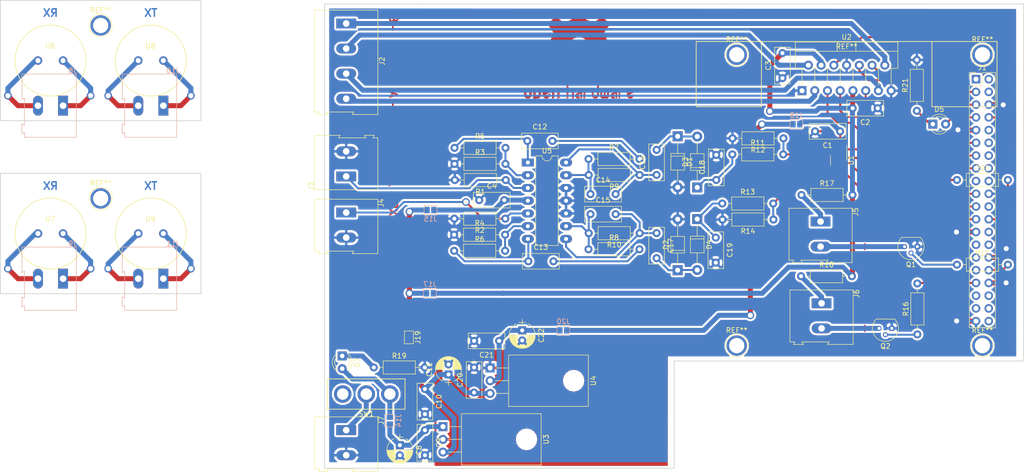
<source format=kicad_pcb>
(kicad_pcb (version 4) (host pcbnew 4.0.7-e2-6376~58~ubuntu16.04.1)
  (layers (0 F.Cu signal) (31 B.Cu signal) (34 B.Paste user) (35 F.Paste user) (36 B.SilkS user) (37 F.SilkS user) (38 B.Mask user) (39 F.Mask user) (44 Edge.Cuts user))
  (net 0 "")
  (net 1 +3V3)
  (net 2 "Net-(J1-Pad2)")
  (net 3 MOTOR_ENA)
  (net 4 "Net-(J1-Pad4)")
  (net 5 MOTOR_ENB)
  (net 6 GNDD)
  (net 7 "Net-(J1-Pad10)")
  (net 8 MOTOR_1_1)
  (net 9 "Net-(J1-Pad12)")
  (net 10 MOTOR_1_2)
  (net 11 "Net-(J1-Pad14)")
  (net 12 "Net-(J1-Pad17)")
  (net 13 "Net-(J1-Pad18)")
  (net 14 SPI_MOSI)
  (net 15 PHASE_A)
  (net 16 PHASE_A-)
  (net 17 PHASE_B)
  (net 18 PHASE_B-)
  (net 19 "Net-(Q1-Pad2)")
  (net 20 "Net-(Q2-Pad2)")
  (net 21 SPI_NSS0)
  (net 22 ULTRA_RX2)
  (net 23 ULTRA_RX1)
  (net 24 SPI_MISO)
  (net 25 SPI_SCK)
  (net 26 +5V)
  (net 27 MOTOR_2_1)
  (net 28 MOTOR_2_2)
  (net 29 "Net-(J1-Pad22)")
  (net 30 SPI_NSS1)
  (net 31 "Net-(J1-Pad27)")
  (net 32 "Net-(J1-Pad28)")
  (net 33 "Net-(J1-Pad29)")
  (net 34 "Net-(J1-Pad31)")
  (net 35 ULTRA_TX2)
  (net 36 ULTRA_TX1)
  (net 37 "Net-(J1-Pad35)")
  (net 38 "Net-(J1-Pad36)")
  (net 39 "Net-(J1-Pad37)")
  (net 40 "Net-(J1-Pad38)")
  (net 41 "Net-(J1-Pad40)")
  (net 42 "Net-(J7-Pad1)")
  (net 43 "Net-(D7-Pad1)")
  (net 44 "Net-(SW1-Pad1)")
  (net 45 ULTRA_RX1_RAW)
  (net 46 ULTRA_RX2_RAW)
  (net 47 "Net-(R3-Pad2)")
  (net 48 "Net-(R4-Pad2)")
  (net 49 "Net-(C12-Pad1)")
  (net 50 "Net-(C13-Pad1)")
  (net 51 "Net-(C14-Pad1)")
  (net 52 "Net-(C12-Pad2)")
  (net 53 "Net-(C15-Pad1)")
  (net 54 "Net-(C13-Pad2)")
  (net 55 "Net-(C14-Pad2)")
  (net 56 "Net-(C15-Pad2)")
  (net 57 "Net-(C18-Pad1)")
  (net 58 "Net-(C19-Pad1)")
  (net 59 "Net-(J10-Pad1)")
  (net 60 "Net-(J11-Pad1)")
  (net 61 "Net-(C16-Pad2)")
  (net 62 "Net-(C17-Pad2)")
  (net 63 "Net-(J1-Pad16)")
  (net 64 "Net-(J6-Pad1)")
  (net 65 "Net-(J6-Pad2)")
  (net 66 "Net-(J5-Pad1)")
  (net 67 "Net-(J5-Pad2)")
  (net 68 "Net-(J10-Pad2)")
  (net 69 "Net-(J11-Pad2)")
  (net 70 +Vs)
  (net 71 "Net-(J1-Pad1)")
  (net 72 "Net-(D5-Pad1)")
  (net 73 DEBUG_PIN)
  (module Resistors_THT:R_Axial_DIN0207_L6.3mm_D2.5mm_P10.16mm_Horizontal (layer F.Cu) (at 176.77 78.81)
    (fp_text reference R17 (at 5.08 -2.31) (layer F.SilkS))
    (fp_text value R)
    (pad 1 thru_hole circle (at 0 0) (size 1.6 1.6) (drill 0.8) (layers *.Cu *.Mask) (net 66 "Net-(J5-Pad1)"))
    (pad 2 thru_hole oval (at 10.16 0) (size 1.6 1.6) (drill 0.8) (layers *.Cu *.Mask) (net 26 +5V))
  )
  (module BowlsEye:heatsink (layer F.Cu) (at 185.77 48.21)
    (fp_text reference REF** (at 0 1) (layer F.SilkS))
    (fp_text value heatsink)
  )
  (module Capacitors_THT:C_Rect_L7.2mm_W3.0mm_P5.00mm_FKS2_FKP2_MKS2_MKP2 (layer F.Cu) (at 184.47 66.11 180)
    (fp_text reference C1 (at 2.5 -2.81 180) (layer F.SilkS))
    (fp_text value 100nF)
    (pad 1 thru_hole circle (at 0 0 180) (size 1.6 1.6) (drill 0.8) (layers *.Cu *.Mask) (net 1 +3V3))
    (pad 2 thru_hole circle (at 5 0 180) (size 1.6 1.6) (drill 0.8) (layers *.Cu *.Mask) (net 6 GNDD))
  )
  (module TO_SOT_Packages_THT:TO-92_Molded_Narrow (layer F.Cu) (at 199.87 89.11 180)
    (fp_text reference Q1 (at 1.27 -3.56 180) (layer F.SilkS))
    (fp_text value 2N3904)
    (pad 2 thru_hole circle (at 1.27 -1.27 270) (size 1 1) (drill 0.6) (layers *.Cu *.Mask) (net 19 "Net-(Q1-Pad2)"))
    (pad 3 thru_hole circle (at 2.54 0 270) (size 1 1) (drill 0.6) (layers *.Cu *.Mask) (net 67 "Net-(J5-Pad2)"))
    (pad 1 thru_hole rect (at 0 0 270) (size 1 1) (drill 0.6) (layers *.Cu *.Mask) (net 6 GNDD))
  )
  (module TO_SOT_Packages_THT:TO-92_Molded_Narrow (layer F.Cu) (at 194.77 105.41 180)
    (fp_text reference Q2 (at 1.27 -3.56 180) (layer F.SilkS))
    (fp_text value 2N3904)
    (pad 2 thru_hole circle (at 1.27 -1.27 270) (size 1 1) (drill 0.6) (layers *.Cu *.Mask) (net 20 "Net-(Q2-Pad2)"))
    (pad 3 thru_hole circle (at 2.54 0 270) (size 1 1) (drill 0.6) (layers *.Cu *.Mask) (net 65 "Net-(J6-Pad2)"))
    (pad 1 thru_hole rect (at 0 0 270) (size 1 1) (drill 0.6) (layers *.Cu *.Mask) (net 6 GNDD))
  )
  (module BowlsEye:MyVSSOP-8_3.0x3.0mm_Pitch0.65mm (layer F.Cu) (at 184.17 71.91 270)
    (fp_text reference U1 (at 0 -2.5 270) (layer F.SilkS))
    (fp_text value ADC122S101)
    (pad 1 smd rect (at -2.2 -0.975 180) (size 0.38 1.45) (layers F.Cu F.Paste F.Mask) (net 21 SPI_NSS0))
    (pad 2 smd rect (at -2.2 -0.325 180) (size 0.38 1.45) (layers F.Cu F.Paste F.Mask) (net 1 +3V3))
    (pad 3 smd rect (at -2.2 0.325 180) (size 0.38 1.45) (layers F.Cu F.Paste F.Mask) (net 6 GNDD))
    (pad 4 smd rect (at -2.2 0.975 180) (size 0.38 1.45) (layers F.Cu F.Paste F.Mask) (net 23 ULTRA_RX1))
    (pad 5 smd rect (at 2.2 0.975 180) (size 0.38 1.45) (layers F.Cu F.Paste F.Mask) (net 22 ULTRA_RX2))
    (pad 6 smd rect (at 2.2 0.325 180) (size 0.38 1.45) (layers F.Cu F.Paste F.Mask) (net 14 SPI_MOSI))
    (pad 7 smd rect (at 2.2 -0.325 180) (size 0.38 1.45) (layers F.Cu F.Paste F.Mask) (net 24 SPI_MISO))
    (pad 8 smd rect (at 2.2 -0.975 180) (size 0.38 1.45) (layers F.Cu F.Paste F.Mask) (net 25 SPI_SCK))
  )
  (module TO_SOT_Packages_THT:TO-220-15_Vertical_StaggeredType1 (layer F.Cu) (at 176.87 58.01)
    (fp_text reference U2 (at 8.89 -10.7) (layer F.SilkS))
    (fp_text value L298_TH)
    (pad 1 thru_hole rect (at 0 0) (size 1.8 1.8) (drill 1) (layers *.Cu *.Mask) (net 6 GNDD))
    (pad 2 thru_hole oval (at 1.27 -5.08) (size 1.8 1.8) (drill 1) (layers *.Cu *.Mask) (net 15 PHASE_A))
    (pad 3 thru_hole oval (at 2.54 0) (size 1.8 1.8) (drill 1) (layers *.Cu *.Mask) (net 16 PHASE_A-))
    (pad 4 thru_hole oval (at 3.81 -5.08) (size 1.8 1.8) (drill 1) (layers *.Cu *.Mask) (net 26 +5V))
    (pad 5 thru_hole oval (at 5.08 0) (size 1.8 1.8) (drill 1) (layers *.Cu *.Mask) (net 8 MOTOR_1_1))
    (pad 6 thru_hole oval (at 6.35 -5.08) (size 1.8 1.8) (drill 1) (layers *.Cu *.Mask) (net 3 MOTOR_ENA))
    (pad 7 thru_hole oval (at 7.62 0) (size 1.8 1.8) (drill 1) (layers *.Cu *.Mask) (net 10 MOTOR_1_2))
    (pad 8 thru_hole oval (at 8.89 -5.08) (size 1.8 1.8) (drill 1) (layers *.Cu *.Mask) (net 6 GNDD))
    (pad 9 thru_hole oval (at 10.16 0) (size 1.8 1.8) (drill 1) (layers *.Cu *.Mask) (net 26 +5V))
    (pad 10 thru_hole oval (at 11.43 -5.08) (size 1.8 1.8) (drill 1) (layers *.Cu *.Mask) (net 27 MOTOR_2_1))
    (pad 11 thru_hole oval (at 12.7 0) (size 1.8 1.8) (drill 1) (layers *.Cu *.Mask) (net 5 MOTOR_ENB))
    (pad 12 thru_hole oval (at 13.97 -5.08) (size 1.8 1.8) (drill 1) (layers *.Cu *.Mask) (net 28 MOTOR_2_2))
    (pad 13 thru_hole oval (at 15.24 0) (size 1.8 1.8) (drill 1) (layers *.Cu *.Mask) (net 17 PHASE_B))
    (pad 14 thru_hole oval (at 16.51 -5.08) (size 1.8 1.8) (drill 1) (layers *.Cu *.Mask) (net 18 PHASE_B-))
    (pad 15 thru_hole oval (at 17.78 0) (size 1.8 1.8) (drill 1) (layers *.Cu *.Mask) (net 6 GNDD))
  )
  (module Pin_Headers:Pin_Header_Straight_2x20_Pitch2.54mm (layer F.Cu) (at 211.57 55.71)
    (fp_text reference J1 (at 1.27 -2.33) (layer F.SilkS))
    (fp_text value CONN_02X20)
    (pad 1 thru_hole rect (at 0 0) (size 1.7 1.7) (drill 1) (layers *.Cu *.Mask) (net 71 "Net-(J1-Pad1)"))
    (pad 2 thru_hole oval (at 2.54 0) (size 1.7 1.7) (drill 1) (layers *.Cu *.Mask) (net 2 "Net-(J1-Pad2)"))
    (pad 3 thru_hole oval (at 0 2.54) (size 1.7 1.7) (drill 1) (layers *.Cu *.Mask) (net 28 MOTOR_2_2))
    (pad 4 thru_hole oval (at 2.54 2.54) (size 1.7 1.7) (drill 1) (layers *.Cu *.Mask) (net 4 "Net-(J1-Pad4)"))
    (pad 5 thru_hole oval (at 0 5.08) (size 1.7 1.7) (drill 1) (layers *.Cu *.Mask) (net 27 MOTOR_2_1))
    (pad 6 thru_hole oval (at 2.54 5.08) (size 1.7 1.7) (drill 1) (layers *.Cu *.Mask) (net 6 GNDD))
    (pad 7 thru_hole oval (at 0 7.62) (size 1.7 1.7) (drill 1) (layers *.Cu *.Mask) (net 73 DEBUG_PIN))
    (pad 8 thru_hole oval (at 2.54 7.62) (size 1.7 1.7) (drill 1) (layers *.Cu *.Mask) (net 3 MOTOR_ENA))
    (pad 9 thru_hole oval (at 0 10.16) (size 1.7 1.7) (drill 1) (layers *.Cu *.Mask) (net 6 GNDD))
    (pad 10 thru_hole oval (at 2.54 10.16) (size 1.7 1.7) (drill 1) (layers *.Cu *.Mask) (net 7 "Net-(J1-Pad10)"))
    (pad 11 thru_hole oval (at 0 12.7) (size 1.7 1.7) (drill 1) (layers *.Cu *.Mask) (net 5 MOTOR_ENB))
    (pad 12 thru_hole oval (at 2.54 12.7) (size 1.7 1.7) (drill 1) (layers *.Cu *.Mask) (net 9 "Net-(J1-Pad12)"))
    (pad 13 thru_hole oval (at 0 15.24) (size 1.7 1.7) (drill 1) (layers *.Cu *.Mask) (net 10 MOTOR_1_2))
    (pad 14 thru_hole oval (at 2.54 15.24) (size 1.7 1.7) (drill 1) (layers *.Cu *.Mask) (net 11 "Net-(J1-Pad14)"))
    (pad 15 thru_hole oval (at 0 17.78) (size 1.7 1.7) (drill 1) (layers *.Cu *.Mask) (net 8 MOTOR_1_1))
    (pad 16 thru_hole oval (at 2.54 17.78) (size 1.7 1.7) (drill 1) (layers *.Cu *.Mask) (net 63 "Net-(J1-Pad16)"))
    (pad 17 thru_hole oval (at 0 20.32) (size 1.7 1.7) (drill 1) (layers *.Cu *.Mask) (net 12 "Net-(J1-Pad17)"))
    (pad 18 thru_hole oval (at 2.54 20.32) (size 1.7 1.7) (drill 1) (layers *.Cu *.Mask) (net 13 "Net-(J1-Pad18)"))
    (pad 19 thru_hole oval (at 0 22.86) (size 1.7 1.7) (drill 1) (layers *.Cu *.Mask) (net 14 SPI_MOSI))
    (pad 20 thru_hole oval (at 2.54 22.86) (size 1.7 1.7) (drill 1) (layers *.Cu *.Mask) (net 6 GNDD))
    (pad 21 thru_hole oval (at 0 25.4) (size 1.7 1.7) (drill 1) (layers *.Cu *.Mask) (net 24 SPI_MISO))
    (pad 22 thru_hole oval (at 2.54 25.4) (size 1.7 1.7) (drill 1) (layers *.Cu *.Mask) (net 29 "Net-(J1-Pad22)"))
    (pad 23 thru_hole oval (at 0 27.94) (size 1.7 1.7) (drill 1) (layers *.Cu *.Mask) (net 25 SPI_SCK))
    (pad 24 thru_hole oval (at 2.54 27.94) (size 1.7 1.7) (drill 1) (layers *.Cu *.Mask) (net 21 SPI_NSS0))
    (pad 25 thru_hole oval (at 0 30.48) (size 1.7 1.7) (drill 1) (layers *.Cu *.Mask) (net 6 GNDD))
    (pad 26 thru_hole oval (at 2.54 30.48) (size 1.7 1.7) (drill 1) (layers *.Cu *.Mask) (net 30 SPI_NSS1))
    (pad 27 thru_hole oval (at 0 33.02) (size 1.7 1.7) (drill 1) (layers *.Cu *.Mask) (net 31 "Net-(J1-Pad27)"))
    (pad 28 thru_hole oval (at 2.54 33.02) (size 1.7 1.7) (drill 1) (layers *.Cu *.Mask) (net 32 "Net-(J1-Pad28)"))
    (pad 29 thru_hole oval (at 0 35.56) (size 1.7 1.7) (drill 1) (layers *.Cu *.Mask) (net 33 "Net-(J1-Pad29)"))
    (pad 30 thru_hole oval (at 2.54 35.56) (size 1.7 1.7) (drill 1) (layers *.Cu *.Mask) (net 6 GNDD))
    (pad 31 thru_hole oval (at 0 38.1) (size 1.7 1.7) (drill 1) (layers *.Cu *.Mask) (net 34 "Net-(J1-Pad31)"))
    (pad 32 thru_hole oval (at 2.54 38.1) (size 1.7 1.7) (drill 1) (layers *.Cu *.Mask) (net 36 ULTRA_TX1))
    (pad 33 thru_hole oval (at 0 40.64) (size 1.7 1.7) (drill 1) (layers *.Cu *.Mask) (net 35 ULTRA_TX2))
    (pad 34 thru_hole oval (at 2.54 40.64) (size 1.7 1.7) (drill 1) (layers *.Cu *.Mask) (net 6 GNDD))
    (pad 35 thru_hole oval (at 0 43.18) (size 1.7 1.7) (drill 1) (layers *.Cu *.Mask) (net 37 "Net-(J1-Pad35)"))
    (pad 36 thru_hole oval (at 2.54 43.18) (size 1.7 1.7) (drill 1) (layers *.Cu *.Mask) (net 38 "Net-(J1-Pad36)"))
    (pad 37 thru_hole oval (at 0 45.72) (size 1.7 1.7) (drill 1) (layers *.Cu *.Mask) (net 39 "Net-(J1-Pad37)"))
    (pad 38 thru_hole oval (at 2.54 45.72) (size 1.7 1.7) (drill 1) (layers *.Cu *.Mask) (net 40 "Net-(J1-Pad38)"))
    (pad 39 thru_hole oval (at 0 48.26) (size 1.7 1.7) (drill 1) (layers *.Cu *.Mask) (net 6 GNDD))
    (pad 40 thru_hole oval (at 2.54 48.26) (size 1.7 1.7) (drill 1) (layers *.Cu *.Mask) (net 41 "Net-(J1-Pad40)"))
  )
  (module LEDs:LED_D3.0mm (layer F.Cu) (at 85.17 110.91 270)
    (fp_text reference D7 (at 1.27 -2.96 270) (layer F.SilkS))
    (fp_text value LED)
    (pad 1 thru_hole rect (at 0 0 270) (size 1.8 1.8) (drill 0.9) (layers *.Cu *.Mask) (net 43 "Net-(D7-Pad1)"))
    (pad 2 thru_hole circle (at 2.54 0 270) (size 1.8 1.8) (drill 0.9) (layers *.Cu *.Mask) (net 70 +Vs))
  )
  (module BowlsEye:SPDT (layer F.Cu) (at 89.97 118.51)
    (fp_text reference SW1 (at 0 3.95) (layer F.SilkS))
    (fp_text value SW_SPDT)
    (pad 1 thru_hole circle (at -4.7 0) (size 3.5 3.5) (drill 2.3) (layers *.Cu *.Mask) (net 44 "Net-(SW1-Pad1)"))
    (pad 2 thru_hole circle (at 0 0) (size 3.5 3.5) (drill 2.3) (layers *.Cu *.Mask) (net 42 "Net-(J7-Pad1)"))
    (pad 3 thru_hole circle (at 4.7 0) (size 3.5 3.5) (drill 2.3) (layers *.Cu *.Mask) (net 70 +Vs))
  )
  (module Resistors_THT:R_Axial_DIN0207_L6.3mm_D2.5mm_P10.16mm_Horizontal (layer F.Cu) (at 117.793907 75.833402 180)
    (fp_text reference R1 (at 5.08 -2.31 180) (layer F.SilkS))
    (fp_text value 3K9)
    (pad 1 thru_hole circle (at 0 0 180) (size 1.6 1.6) (drill 0.8) (layers *.Cu *.Mask) (net 45 ULTRA_RX1_RAW))
    (pad 2 thru_hole oval (at 10.16 0 180) (size 1.6 1.6) (drill 0.8) (layers *.Cu *.Mask) (net 6 GNDD))
  )
  (module Resistors_THT:R_Axial_DIN0207_L6.3mm_D2.5mm_P10.16mm_Horizontal (layer F.Cu) (at 117.693907 83.533401 180)
    (fp_text reference R2 (at 5.08 -2.31 180) (layer F.SilkS))
    (fp_text value 3K9)
    (pad 1 thru_hole circle (at 0 0 180) (size 1.6 1.6) (drill 0.8) (layers *.Cu *.Mask) (net 46 ULTRA_RX2_RAW))
    (pad 2 thru_hole oval (at 10.16 0 180) (size 1.6 1.6) (drill 0.8) (layers *.Cu *.Mask) (net 6 GNDD))
  )
  (module Resistors_THT:R_Axial_DIN0207_L6.3mm_D2.5mm_P10.16mm_Horizontal (layer F.Cu) (at 107.57 72.61)
    (fp_text reference R3 (at 5.08 -2.31) (layer F.SilkS))
    (fp_text value 1K)
    (pad 1 thru_hole circle (at 0 0) (size 1.6 1.6) (drill 0.8) (layers *.Cu *.Mask) (net 6 GNDD))
    (pad 2 thru_hole oval (at 10.16 0) (size 1.6 1.6) (drill 0.8) (layers *.Cu *.Mask) (net 47 "Net-(R3-Pad2)"))
  )
  (module Resistors_THT:R_Axial_DIN0207_L6.3mm_D2.5mm_P10.16mm_Horizontal (layer F.Cu) (at 107.493907 86.733402)
    (fp_text reference R4 (at 5.08 -2.31) (layer F.SilkS))
    (fp_text value 1K)
    (pad 1 thru_hole circle (at 0 0) (size 1.6 1.6) (drill 0.8) (layers *.Cu *.Mask) (net 6 GNDD))
    (pad 2 thru_hole oval (at 10.16 0) (size 1.6 1.6) (drill 0.8) (layers *.Cu *.Mask) (net 48 "Net-(R4-Pad2)"))
  )
  (module Resistors_THT:R_Axial_DIN0207_L6.3mm_D2.5mm_P10.16mm_Horizontal (layer F.Cu) (at 107.57 69.41)
    (fp_text reference R5 (at 5.08 -2.31) (layer F.SilkS))
    (fp_text value 100K)
    (pad 1 thru_hole circle (at 0 0) (size 1.6 1.6) (drill 0.8) (layers *.Cu *.Mask) (net 49 "Net-(C12-Pad1)"))
    (pad 2 thru_hole oval (at 10.16 0) (size 1.6 1.6) (drill 0.8) (layers *.Cu *.Mask) (net 47 "Net-(R3-Pad2)"))
  )
  (module Resistors_THT:R_Axial_DIN0207_L6.3mm_D2.5mm_P10.16mm_Horizontal (layer F.Cu) (at 107.5 89.94)
    (fp_text reference R6 (at 5.08 -2.31) (layer F.SilkS))
    (fp_text value 100K)
    (pad 1 thru_hole circle (at 0 0) (size 1.6 1.6) (drill 0.8) (layers *.Cu *.Mask) (net 50 "Net-(C13-Pad1)"))
    (pad 2 thru_hole oval (at 10.16 0) (size 1.6 1.6) (drill 0.8) (layers *.Cu *.Mask) (net 48 "Net-(R4-Pad2)"))
  )
  (module Resistors_THT:R_Axial_DIN0207_L6.3mm_D2.5mm_P10.16mm_Horizontal (layer F.Cu) (at 134.293907 71.633402)
    (fp_text reference R7 (at 5.08 -2.31) (layer F.SilkS))
    (fp_text value 1K)
    (pad 1 thru_hole circle (at 0 0) (size 1.6 1.6) (drill 0.8) (layers *.Cu *.Mask) (net 51 "Net-(C14-Pad1)"))
    (pad 2 thru_hole oval (at 10.16 0) (size 1.6 1.6) (drill 0.8) (layers *.Cu *.Mask) (net 52 "Net-(C12-Pad2)"))
  )
  (module Resistors_THT:R_Axial_DIN0207_L6.3mm_D2.5mm_P10.16mm_Horizontal (layer F.Cu) (at 134.293907 89.633402)
    (fp_text reference R8 (at 5.08 -2.31) (layer F.SilkS))
    (fp_text value 1K)
    (pad 1 thru_hole circle (at 0 0) (size 1.6 1.6) (drill 0.8) (layers *.Cu *.Mask) (net 53 "Net-(C15-Pad1)"))
    (pad 2 thru_hole oval (at 10.16 0) (size 1.6 1.6) (drill 0.8) (layers *.Cu *.Mask) (net 54 "Net-(C13-Pad2)"))
  )
  (module Resistors_THT:R_Axial_DIN0207_L6.3mm_D2.5mm_P10.16mm_Horizontal (layer F.Cu) (at 144.493907 74.833402 180)
    (fp_text reference R9 (at 5.08 -2.31 180) (layer F.SilkS))
    (fp_text value 100K)
    (pad 1 thru_hole circle (at 0 0 180) (size 1.6 1.6) (drill 0.8) (layers *.Cu *.Mask) (net 55 "Net-(C14-Pad2)"))
    (pad 2 thru_hole oval (at 10.16 0 180) (size 1.6 1.6) (drill 0.8) (layers *.Cu *.Mask) (net 51 "Net-(C14-Pad1)"))
  )
  (module Resistors_THT:R_Axial_DIN0207_L6.3mm_D2.5mm_P10.16mm_Horizontal (layer F.Cu) (at 144.493907 86.433402 180)
    (fp_text reference R10 (at 5.08 -2.31 180) (layer F.SilkS))
    (fp_text value 100K)
    (pad 1 thru_hole circle (at 0 0 180) (size 1.6 1.6) (drill 0.8) (layers *.Cu *.Mask) (net 56 "Net-(C15-Pad2)"))
    (pad 2 thru_hole oval (at 10.16 0 180) (size 1.6 1.6) (drill 0.8) (layers *.Cu *.Mask) (net 53 "Net-(C15-Pad1)"))
  )
  (module Resistors_THT:R_Axial_DIN0207_L6.3mm_D2.5mm_P10.16mm_Horizontal (layer F.Cu) (at 162.97 70.71)
    (fp_text reference R11 (at 5.08 -2.31) (layer F.SilkS))
    (fp_text value R)
    (pad 1 thru_hole circle (at 0 0) (size 1.6 1.6) (drill 0.8) (layers *.Cu *.Mask) (net 57 "Net-(C18-Pad1)"))
    (pad 2 thru_hole oval (at 10.16 0) (size 1.6 1.6) (drill 0.8) (layers *.Cu *.Mask) (net 23 ULTRA_RX1))
  )
  (module Resistors_THT:R_Axial_DIN0207_L6.3mm_D2.5mm_P10.16mm_Horizontal (layer F.Cu) (at 173.17 67.51 180)
    (fp_text reference R12 (at 5.08 -2.31 180) (layer F.SilkS))
    (fp_text value R)
    (pad 1 thru_hole circle (at 0 0 180) (size 1.6 1.6) (drill 0.8) (layers *.Cu *.Mask) (net 23 ULTRA_RX1))
    (pad 2 thru_hole oval (at 10.16 0 180) (size 1.6 1.6) (drill 0.8) (layers *.Cu *.Mask) (net 6 GNDD))
  )
  (module Resistors_THT:R_Axial_DIN0207_L6.3mm_D2.5mm_P10.16mm_Horizontal (layer F.Cu) (at 160.97 80.51)
    (fp_text reference R13 (at 5.08 -2.31) (layer F.SilkS))
    (fp_text value R)
    (pad 1 thru_hole circle (at 0 0) (size 1.6 1.6) (drill 0.8) (layers *.Cu *.Mask) (net 58 "Net-(C19-Pad1)"))
    (pad 2 thru_hole oval (at 10.16 0) (size 1.6 1.6) (drill 0.8) (layers *.Cu *.Mask) (net 22 ULTRA_RX2))
  )
  (module Resistors_THT:R_Axial_DIN0207_L6.3mm_D2.5mm_P10.16mm_Horizontal (layer F.Cu) (at 171.17 83.71 180)
    (fp_text reference R14 (at 5.08 -2.31 180) (layer F.SilkS))
    (fp_text value R)
    (pad 1 thru_hole circle (at 0 0 180) (size 1.6 1.6) (drill 0.8) (layers *.Cu *.Mask) (net 22 ULTRA_RX2))
    (pad 2 thru_hole oval (at 10.16 0 180) (size 1.6 1.6) (drill 0.8) (layers *.Cu *.Mask) (net 6 GNDD))
  )
  (module Resistors_THT:R_Axial_DIN0207_L6.3mm_D2.5mm_P10.16mm_Horizontal (layer F.Cu) (at 207.77 92.71)
    (fp_text reference R15 (at 5.08 -2.31) (layer F.SilkS))
    (fp_text value R)
    (pad 1 thru_hole circle (at 0 0) (size 1.6 1.6) (drill 0.8) (layers *.Cu *.Mask) (net 19 "Net-(Q1-Pad2)"))
    (pad 2 thru_hole oval (at 10.16 0) (size 1.6 1.6) (drill 0.8) (layers *.Cu *.Mask) (net 36 ULTRA_TX1))
  )
  (module Resistors_THT:R_Axial_DIN0207_L6.3mm_D2.5mm_P10.16mm_Horizontal (layer F.Cu) (at 199.87 106.61 90)
    (fp_text reference R16 (at 5.08 -2.31 90) (layer F.SilkS))
    (fp_text value R)
    (pad 1 thru_hole circle (at 0 0 90) (size 1.6 1.6) (drill 0.8) (layers *.Cu *.Mask) (net 20 "Net-(Q2-Pad2)"))
    (pad 2 thru_hole oval (at 10.16 0 90) (size 1.6 1.6) (drill 0.8) (layers *.Cu *.Mask) (net 35 ULTRA_TX2))
  )
  (module Resistors_THT:R_Axial_DIN0207_L6.3mm_D2.5mm_P10.16mm_Horizontal (layer F.Cu) (at 176.67 95.01)
    (fp_text reference R18 (at 5.08 -2.31) (layer F.SilkS))
    (fp_text value R)
    (pad 1 thru_hole circle (at 0 0) (size 1.6 1.6) (drill 0.8) (layers *.Cu *.Mask) (net 64 "Net-(J6-Pad1)"))
    (pad 2 thru_hole oval (at 10.16 0) (size 1.6 1.6) (drill 0.8) (layers *.Cu *.Mask) (net 26 +5V))
  )
  (module Resistors_THT:R_Axial_DIN0207_L6.3mm_D2.5mm_P10.16mm_Horizontal (layer F.Cu) (at 91.47 113.21)
    (fp_text reference R19 (at 5.08 -2.31) (layer F.SilkS))
    (fp_text value R)
    (pad 1 thru_hole circle (at 0 0) (size 1.6 1.6) (drill 0.8) (layers *.Cu *.Mask) (net 43 "Net-(D7-Pad1)"))
    (pad 2 thru_hole oval (at 10.16 0) (size 1.6 1.6) (drill 0.8) (layers *.Cu *.Mask) (net 6 GNDD))
  )
  (module Housings_DIP:DIP-14_W7.62mm_LongPads (layer F.Cu) (at 122.193907 72.333402)
    (fp_text reference U5 (at 3.81 -2.33) (layer F.SilkS))
    (fp_text value LM324N)
    (pad 1 thru_hole rect (at 0 0) (size 2.4 1.6) (drill 0.8) (layers *.Cu *.Mask) (net 49 "Net-(C12-Pad1)"))
    (pad 8 thru_hole oval (at 7.62 15.24) (size 2.4 1.6) (drill 0.8) (layers *.Cu *.Mask) (net 56 "Net-(C15-Pad2)"))
    (pad 2 thru_hole oval (at 0 2.54) (size 2.4 1.6) (drill 0.8) (layers *.Cu *.Mask) (net 47 "Net-(R3-Pad2)"))
    (pad 9 thru_hole oval (at 7.62 12.7) (size 2.4 1.6) (drill 0.8) (layers *.Cu *.Mask) (net 53 "Net-(C15-Pad1)"))
    (pad 3 thru_hole oval (at 0 5.08) (size 2.4 1.6) (drill 0.8) (layers *.Cu *.Mask) (net 45 ULTRA_RX1_RAW))
    (pad 10 thru_hole oval (at 7.62 10.16) (size 2.4 1.6) (drill 0.8) (layers *.Cu *.Mask) (net 6 GNDD))
    (pad 4 thru_hole oval (at 0 7.62) (size 2.4 1.6) (drill 0.8) (layers *.Cu *.Mask) (net 26 +5V))
    (pad 11 thru_hole oval (at 7.62 7.62) (size 2.4 1.6) (drill 0.8) (layers *.Cu *.Mask) (net 6 GNDD))
    (pad 5 thru_hole oval (at 0 10.16) (size 2.4 1.6) (drill 0.8) (layers *.Cu *.Mask) (net 46 ULTRA_RX2_RAW))
    (pad 12 thru_hole oval (at 7.62 5.08) (size 2.4 1.6) (drill 0.8) (layers *.Cu *.Mask) (net 6 GNDD))
    (pad 6 thru_hole oval (at 0 12.7) (size 2.4 1.6) (drill 0.8) (layers *.Cu *.Mask) (net 48 "Net-(R4-Pad2)"))
    (pad 13 thru_hole oval (at 7.62 2.54) (size 2.4 1.6) (drill 0.8) (layers *.Cu *.Mask) (net 51 "Net-(C14-Pad1)"))
    (pad 7 thru_hole oval (at 0 15.24) (size 2.4 1.6) (drill 0.8) (layers *.Cu *.Mask) (net 50 "Net-(C13-Pad1)"))
    (pad 14 thru_hole oval (at 7.62 0) (size 2.4 1.6) (drill 0.8) (layers *.Cu *.Mask) (net 55 "Net-(C14-Pad2)"))
  )
  (module Connectors_Terminal_Blocks:TerminalBlock_Altech_AK300-2_P5.00mm (layer F.Cu) (at 85.97 75.11 90)
    (fp_text reference J3 (at -1.92 -6.99 90) (layer F.SilkS))
    (fp_text value CONN_01X02)
    (pad 1 thru_hole rect (at 0 0 90) (size 1.98 3.96) (drill 1.32) (layers *.Cu *.Mask) (net 45 ULTRA_RX1_RAW))
    (pad 2 thru_hole oval (at 5 0 90) (size 1.98 3.96) (drill 1.32) (layers *.Cu *.Mask) (net 6 GNDD))
  )
  (module Connectors_Terminal_Blocks:TerminalBlock_Altech_AK300-2_P5.00mm (layer F.Cu) (at 85.97 82.31 270)
    (fp_text reference J4 (at -1.92 -6.99 270) (layer F.SilkS))
    (fp_text value CONN_01X02)
    (pad 1 thru_hole rect (at 0 0 270) (size 1.98 3.96) (drill 1.32) (layers *.Cu *.Mask) (net 46 ULTRA_RX2_RAW))
    (pad 2 thru_hole oval (at 5 0 270) (size 1.98 3.96) (drill 1.32) (layers *.Cu *.Mask) (net 6 GNDD))
  )
  (module Connectors_Terminal_Blocks:TerminalBlock_Altech_AK300-2_P5.00mm (layer F.Cu) (at 180.57 84.11 270)
    (fp_text reference J5 (at -1.92 -6.99 270) (layer F.SilkS))
    (fp_text value CONN_01X02)
    (pad 1 thru_hole rect (at 0 0 270) (size 1.98 3.96) (drill 1.32) (layers *.Cu *.Mask) (net 66 "Net-(J5-Pad1)"))
    (pad 2 thru_hole oval (at 5 0 270) (size 1.98 3.96) (drill 1.32) (layers *.Cu *.Mask) (net 67 "Net-(J5-Pad2)"))
  )
  (module Connectors_Terminal_Blocks:TerminalBlock_Altech_AK300-2_P5.00mm (layer F.Cu) (at 180.77 100.41 270)
    (fp_text reference J6 (at -1.92 -6.99 270) (layer F.SilkS))
    (fp_text value CONN_01X02)
    (pad 1 thru_hole rect (at 0 0 270) (size 1.98 3.96) (drill 1.32) (layers *.Cu *.Mask) (net 64 "Net-(J6-Pad1)"))
    (pad 2 thru_hole oval (at 5 0 270) (size 1.98 3.96) (drill 1.32) (layers *.Cu *.Mask) (net 65 "Net-(J6-Pad2)"))
  )
  (module Diodes_THT:D_T-1_P10.16mm_Horizontal (layer F.Cu) (at 152.07 67.11 270)
    (fp_text reference D1 (at 5.08 -2.36 270) (layer F.SilkS))
    (fp_text value D)
    (pad 1 thru_hole rect (at 0 0 270) (size 2 2) (drill 1) (layers *.Cu *.Mask) (net 61 "Net-(C16-Pad2)"))
    (pad 2 thru_hole oval (at 10.16 0 270) (size 2 2) (drill 1) (layers *.Cu *.Mask) (net 6 GNDD))
  )
  (module Capacitors_THT:C_Rect_L7.2mm_W3.0mm_P5.00mm_FKS2_FKP2_MKS2_MKP2 (layer F.Cu) (at 172.97 55.51 90)
    (fp_text reference C3 (at 2.5 -2.81 90) (layer F.SilkS))
    (fp_text value 100nF)
    (pad 1 thru_hole circle (at 0 0 90) (size 1.6 1.6) (drill 0.8) (layers *.Cu *.Mask) (net 6 GNDD))
    (pad 2 thru_hole circle (at 5 0 90) (size 1.6 1.6) (drill 0.8) (layers *.Cu *.Mask) (net 26 +5V))
  )
  (module Capacitors_THT:CP_Radial_D5.0mm_P2.00mm (layer F.Cu) (at 96.67 128.71 270)
    (fp_text reference C8 (at 1 -3.81 270) (layer F.SilkS))
    (fp_text value 10uF)
    (pad 1 thru_hole rect (at 0 0 270) (size 1.6 1.6) (drill 0.8) (layers *.Cu *.Mask) (net 70 +Vs))
    (pad 2 thru_hole circle (at 2 0 270) (size 1.6 1.6) (drill 0.8) (layers *.Cu *.Mask) (net 6 GNDD))
  )
  (module Capacitors_THT:CP_Radial_D5.0mm_P2.00mm (layer F.Cu) (at 106.37 114.61 90)
    (fp_text reference C11 (at 1 -3.81 90) (layer F.SilkS))
    (fp_text value 10uF)
    (pad 1 thru_hole rect (at 0 0 90) (size 1.6 1.6) (drill 0.8) (layers *.Cu *.Mask) (net 26 +5V))
    (pad 2 thru_hole circle (at 2 0 90) (size 1.6 1.6) (drill 0.8) (layers *.Cu *.Mask) (net 6 GNDD))
  )
  (module Capacitors_THT:CP_Radial_D5.0mm_P2.00mm (layer F.Cu) (at 121.07 105.81 270)
    (fp_text reference C22 (at 1 -3.81 270) (layer F.SilkS))
    (fp_text value 10uF)
    (pad 1 thru_hole rect (at 0 0 270) (size 1.6 1.6) (drill 0.8) (layers *.Cu *.Mask) (net 1 +3V3))
    (pad 2 thru_hole circle (at 2 0 270) (size 1.6 1.6) (drill 0.8) (layers *.Cu *.Mask) (net 6 GNDD))
  )
  (module Diodes_THT:D_T-1_P10.16mm_Horizontal (layer F.Cu) (at 152.07 93.81 90)
    (fp_text reference D2 (at 5.08 -2.36 90) (layer F.SilkS))
    (fp_text value D)
    (pad 1 thru_hole rect (at 0 0 90) (size 2 2) (drill 1) (layers *.Cu *.Mask) (net 62 "Net-(C17-Pad2)"))
    (pad 2 thru_hole oval (at 10.16 0 90) (size 2 2) (drill 1) (layers *.Cu *.Mask) (net 6 GNDD))
  )
  (module Diodes_THT:D_T-1_P10.16mm_Horizontal (layer F.Cu) (at 155.97 77.31 90)
    (fp_text reference D3 (at 5.08 -2.36 90) (layer F.SilkS))
    (fp_text value D)
    (pad 1 thru_hole rect (at 0 0 90) (size 2 2) (drill 1) (layers *.Cu *.Mask) (net 57 "Net-(C18-Pad1)"))
    (pad 2 thru_hole oval (at 10.16 0 90) (size 2 2) (drill 1) (layers *.Cu *.Mask) (net 61 "Net-(C16-Pad2)"))
  )
  (module Diodes_THT:D_T-1_P10.16mm_Horizontal (layer F.Cu) (at 155.97 83.61 270)
    (fp_text reference D4 (at 5.08 -2.36 270) (layer F.SilkS))
    (fp_text value D)
    (pad 1 thru_hole rect (at 0 0 270) (size 2 2) (drill 1) (layers *.Cu *.Mask) (net 58 "Net-(C19-Pad1)"))
    (pad 2 thru_hole oval (at 10.16 0 270) (size 2 2) (drill 1) (layers *.Cu *.Mask) (net 62 "Net-(C17-Pad2)"))
  )
  (module Capacitors_THT:C_Rect_L7.2mm_W3.0mm_P5.00mm_FKS2_FKP2_MKS2_MKP2 (layer F.Cu) (at 191.97 61.51 180)
    (fp_text reference C2 (at 2.5 -2.81 180) (layer F.SilkS))
    (fp_text value 100nF)
    (pad 1 thru_hole circle (at 0 0 180) (size 1.6 1.6) (drill 0.8) (layers *.Cu *.Mask) (net 6 GNDD))
    (pad 2 thru_hole circle (at 5 0 180) (size 1.6 1.6) (drill 0.8) (layers *.Cu *.Mask) (net 26 +5V))
  )
  (module Capacitors_THT:C_Rect_L7.2mm_W3.0mm_P5.00mm_FKS2_FKP2_MKS2_MKP2 (layer F.Cu) (at 112.493907 79.833402)
    (fp_text reference C4 (at 2.5 -2.81) (layer F.SilkS))
    (fp_text value 100nF)
    (pad 1 thru_hole circle (at 0 0) (size 1.6 1.6) (drill 0.8) (layers *.Cu *.Mask) (net 6 GNDD))
    (pad 2 thru_hole circle (at 5 0) (size 1.6 1.6) (drill 0.8) (layers *.Cu *.Mask) (net 26 +5V))
  )
  (module Capacitors_THT:C_Rect_L7.2mm_W3.0mm_P5.00mm_FKS2_FKP2_MKS2_MKP2 (layer F.Cu) (at 101.67 125.71 270)
    (fp_text reference C9 (at 2.5 -2.81 270) (layer F.SilkS))
    (fp_text value 100nF)
    (pad 1 thru_hole circle (at 0 0 270) (size 1.6 1.6) (drill 0.8) (layers *.Cu *.Mask) (net 70 +Vs))
    (pad 2 thru_hole circle (at 5 0 270) (size 1.6 1.6) (drill 0.8) (layers *.Cu *.Mask) (net 6 GNDD))
  )
  (module Capacitors_THT:C_Rect_L7.2mm_W3.0mm_P5.00mm_FKS2_FKP2_MKS2_MKP2 (layer F.Cu) (at 101.67 117.51 270)
    (fp_text reference C10 (at 2.5 -2.81 270) (layer F.SilkS))
    (fp_text value 100nF)
    (pad 1 thru_hole circle (at 0 0 270) (size 1.6 1.6) (drill 0.8) (layers *.Cu *.Mask) (net 26 +5V))
    (pad 2 thru_hole circle (at 5 0 270) (size 1.6 1.6) (drill 0.8) (layers *.Cu *.Mask) (net 6 GNDD))
  )
  (module Capacitors_THT:C_Rect_L7.2mm_W3.0mm_P5.00mm_FKS2_FKP2_MKS2_MKP2 (layer F.Cu) (at 122.093907 68.033402)
    (fp_text reference C12 (at 2.5 -2.81) (layer F.SilkS))
    (fp_text value 10nF)
    (pad 1 thru_hole circle (at 0 0) (size 1.6 1.6) (drill 0.8) (layers *.Cu *.Mask) (net 49 "Net-(C12-Pad1)"))
    (pad 2 thru_hole circle (at 5 0) (size 1.6 1.6) (drill 0.8) (layers *.Cu *.Mask) (net 52 "Net-(C12-Pad2)"))
  )
  (module Capacitors_THT:C_Rect_L7.2mm_W3.0mm_P5.00mm_FKS2_FKP2_MKS2_MKP2 (layer F.Cu) (at 122.293907 92.033402)
    (fp_text reference C13 (at 2.5 -2.81) (layer F.SilkS))
    (fp_text value 10nF)
    (pad 1 thru_hole circle (at 0 0) (size 1.6 1.6) (drill 0.8) (layers *.Cu *.Mask) (net 50 "Net-(C13-Pad1)"))
    (pad 2 thru_hole circle (at 5 0) (size 1.6 1.6) (drill 0.8) (layers *.Cu *.Mask) (net 54 "Net-(C13-Pad2)"))
  )
  (module Capacitors_THT:C_Rect_L7.2mm_W3.0mm_P5.00mm_FKS2_FKP2_MKS2_MKP2 (layer F.Cu) (at 134.693907 78.633402)
    (fp_text reference C14 (at 2.5 -2.81) (layer F.SilkS))
    (fp_text value 10pF)
    (pad 1 thru_hole circle (at 0 0) (size 1.6 1.6) (drill 0.8) (layers *.Cu *.Mask) (net 51 "Net-(C14-Pad1)"))
    (pad 2 thru_hole circle (at 5 0) (size 1.6 1.6) (drill 0.8) (layers *.Cu *.Mask) (net 55 "Net-(C14-Pad2)"))
  )
  (module Capacitors_THT:C_Rect_L7.2mm_W3.0mm_P5.00mm_FKS2_FKP2_MKS2_MKP2 (layer F.Cu) (at 134.693907 82.633402)
    (fp_text reference C15 (at 2.5 -2.81) (layer F.SilkS))
    (fp_text value 10pF)
    (pad 1 thru_hole circle (at 0 0) (size 1.6 1.6) (drill 0.8) (layers *.Cu *.Mask) (net 53 "Net-(C15-Pad1)"))
    (pad 2 thru_hole circle (at 5 0) (size 1.6 1.6) (drill 0.8) (layers *.Cu *.Mask) (net 56 "Net-(C15-Pad2)"))
  )
  (module Capacitors_THT:C_Rect_L7.2mm_W3.0mm_P5.00mm_FKS2_FKP2_MKS2_MKP2 (layer F.Cu) (at 147.87 74.81 90)
    (fp_text reference C16 (at 2.5 -2.81 90) (layer F.SilkS))
    (fp_text value 1nF)
    (pad 1 thru_hole circle (at 0 0 90) (size 1.6 1.6) (drill 0.8) (layers *.Cu *.Mask) (net 55 "Net-(C14-Pad2)"))
    (pad 2 thru_hole circle (at 5 0 90) (size 1.6 1.6) (drill 0.8) (layers *.Cu *.Mask) (net 61 "Net-(C16-Pad2)"))
  )
  (module Capacitors_THT:C_Rect_L7.2mm_W3.0mm_P5.00mm_FKS2_FKP2_MKS2_MKP2 (layer F.Cu) (at 147.87 86.41 270)
    (fp_text reference C17 (at 2.5 -2.81 270) (layer F.SilkS))
    (fp_text value 1nF)
    (pad 1 thru_hole circle (at 0 0 270) (size 1.6 1.6) (drill 0.8) (layers *.Cu *.Mask) (net 56 "Net-(C15-Pad2)"))
    (pad 2 thru_hole circle (at 5 0 270) (size 1.6 1.6) (drill 0.8) (layers *.Cu *.Mask) (net 62 "Net-(C17-Pad2)"))
  )
  (module Capacitors_THT:C_Rect_L7.2mm_W3.0mm_P5.00mm_FKS2_FKP2_MKS2_MKP2 (layer F.Cu) (at 159.77 75.81 90)
    (fp_text reference C18 (at 2.5 -2.81 90) (layer F.SilkS))
    (fp_text value 1nF)
    (pad 1 thru_hole circle (at 0 0 90) (size 1.6 1.6) (drill 0.8) (layers *.Cu *.Mask) (net 57 "Net-(C18-Pad1)"))
    (pad 2 thru_hole circle (at 5 0 90) (size 1.6 1.6) (drill 0.8) (layers *.Cu *.Mask) (net 6 GNDD))
  )
  (module Capacitors_THT:C_Rect_L7.2mm_W3.0mm_P5.00mm_FKS2_FKP2_MKS2_MKP2 (layer F.Cu) (at 159.67 87.31 270)
    (fp_text reference C19 (at 2.5 -2.81 270) (layer F.SilkS))
    (fp_text value 1nF)
    (pad 1 thru_hole circle (at 0 0 270) (size 1.6 1.6) (drill 0.8) (layers *.Cu *.Mask) (net 58 "Net-(C19-Pad1)"))
    (pad 2 thru_hole circle (at 5 0 270) (size 1.6 1.6) (drill 0.8) (layers *.Cu *.Mask) (net 6 GNDD))
  )
  (module Capacitors_THT:C_Rect_L7.2mm_W3.0mm_P5.00mm_FKS2_FKP2_MKS2_MKP2 (layer F.Cu) (at 111.47 118.21 90)
    (fp_text reference C20 (at 2.5 -2.81 90) (layer F.SilkS))
    (fp_text value 100nF)
    (pad 1 thru_hole circle (at 0 0 90) (size 1.6 1.6) (drill 0.8) (layers *.Cu *.Mask) (net 26 +5V))
    (pad 2 thru_hole circle (at 5 0 90) (size 1.6 1.6) (drill 0.8) (layers *.Cu *.Mask) (net 6 GNDD))
  )
  (module Capacitors_THT:C_Rect_L7.2mm_W3.0mm_P5.00mm_FKS2_FKP2_MKS2_MKP2 (layer F.Cu) (at 116.47 107.91 180)
    (fp_text reference C21 (at 2.5 -2.81 180) (layer F.SilkS))
    (fp_text value 100nF)
    (pad 1 thru_hole circle (at 0 0 180) (size 1.6 1.6) (drill 0.8) (layers *.Cu *.Mask) (net 1 +3V3))
    (pad 2 thru_hole circle (at 5 0 180) (size 1.6 1.6) (drill 0.8) (layers *.Cu *.Mask) (net 6 GNDD))
  )
  (module Connectors_Terminal_Blocks:TerminalBlock_Altech_AK300-4_P5.00mm (layer F.Cu) (at 85.97 44.61 270)
    (fp_text reference J2 (at 7.5 -7.15 270) (layer F.SilkS))
    (fp_text value CONN_01X04)
    (pad 1 thru_hole rect (at 0 0 270) (size 1.98 3.96) (drill 1.32) (layers *.Cu *.Mask) (net 18 PHASE_B-))
    (pad 2 thru_hole oval (at 5 0 270) (size 1.98 3.96) (drill 1.32) (layers *.Cu *.Mask) (net 15 PHASE_A))
    (pad 4 thru_hole oval (at 15 0 270) (size 1.98 3.96) (drill 1.32) (layers *.Cu *.Mask) (net 16 PHASE_A-))
    (pad 3 thru_hole oval (at 10 0 270) (size 1.98 3.96) (drill 1.32) (layers *.Cu *.Mask) (net 17 PHASE_B))
  )
  (module Connectors_Terminal_Blocks:TerminalBlock_Altech_AK300-2_P5.00mm (layer F.Cu) (at 85.97 125.71 270)
    (fp_text reference J7 (at -1.92 -6.99 270) (layer F.SilkS))
    (fp_text value CONN_01X02)
    (pad 1 thru_hole rect (at 0 0 270) (size 1.98 3.96) (drill 1.32) (layers *.Cu *.Mask) (net 42 "Net-(J7-Pad1)"))
    (pad 2 thru_hole oval (at 5 0 270) (size 1.98 3.96) (drill 1.32) (layers *.Cu *.Mask) (net 6 GNDD))
  )
  (module TO_SOT_Packages_THT:TO-220-3_Horizontal (layer F.Cu) (at 105.27 125.01 270)
    (fp_text reference U3 (at 2.54 -20.58 270) (layer F.SilkS))
    (fp_text value L78S05CV)
    (pad 0 np_thru_hole oval (at 2.54 -16.66 270) (size 3.5 3.5) (drill 3.5) (layers *.Cu *.Mask))
    (pad 1 thru_hole rect (at 0 0 270) (size 1.8 1.8) (drill 1) (layers *.Cu *.Mask) (net 70 +Vs))
    (pad 2 thru_hole oval (at 2.54 0 270) (size 1.8 1.8) (drill 1) (layers *.Cu *.Mask) (net 6 GNDD))
    (pad 3 thru_hole oval (at 5.08 0 270) (size 1.8 1.8) (drill 1) (layers *.Cu *.Mask) (net 26 +5V))
  )
  (module TO_SOT_Packages_THT:TO-220-3_Horizontal (layer F.Cu) (at 114.67 113.31 270)
    (fp_text reference U4 (at 2.54 -20.58 270) (layer F.SilkS))
    (fp_text value LD1117S33TR_SOT223)
    (pad 0 np_thru_hole oval (at 2.54 -16.66 270) (size 3.5 3.5) (drill 3.5) (layers *.Cu *.Mask))
    (pad 1 thru_hole rect (at 0 0 270) (size 1.8 1.8) (drill 1) (layers *.Cu *.Mask) (net 6 GNDD))
    (pad 2 thru_hole oval (at 2.54 0 270) (size 1.8 1.8) (drill 1) (layers *.Cu *.Mask) (net 1 +3V3))
    (pad 3 thru_hole oval (at 5.08 0 270) (size 1.8 1.8) (drill 1) (layers *.Cu *.Mask) (net 26 +5V))
  )
  (module Connectors:1pin (layer F.Cu) (at 212.85 108.85)
    (fp_text reference REF** (at 0 -3.048) (layer F.SilkS))
    (fp_text value 1pin)
    (pad 1 thru_hole circle (at 0 0) (size 4.064 4.064) (drill 3.048) (layers *.Cu *.Mask))
  )
  (module Connectors:1pin (layer F.Cu) (at 212.85 50.84)
    (fp_text reference REF** (at 0 -3.048) (layer F.SilkS))
    (fp_text value 1pin)
    (pad 1 thru_hole circle (at 0 0) (size 4.064 4.064) (drill 3.048) (layers *.Cu *.Mask))
  )
  (module Connectors:1pin (layer F.Cu) (at 163.85 50.84)
    (fp_text reference REF** (at 0 -3.048) (layer F.SilkS))
    (fp_text value 1pin)
    (pad 1 thru_hole circle (at 0 0) (size 4.064 4.064) (drill 3.048) (layers *.Cu *.Mask))
  )
  (module Connectors:1pin (layer F.Cu) (at 163.85 108.85)
    (fp_text reference REF** (at 0 -3.048) (layer F.SilkS))
    (fp_text value 1pin)
    (pad 1 thru_hole circle (at 0 0) (size 4.064 4.064) (drill 3.048) (layers *.Cu *.Mask))
  )
  (module Resistors_THT:R_Axial_DIN0207_L6.3mm_D2.5mm_P10.16mm_Horizontal (layer F.Cu) (at 207.77 75.81)
    (fp_text reference R20 (at 5.08 -2.31) (layer F.SilkS))
    (fp_text value 0R)
    (pad 1 thru_hole circle (at 0 0) (size 1.6 1.6) (drill 0.8) (layers *.Cu *.Mask) (net 21 SPI_NSS0))
    (pad 2 thru_hole oval (at 10.16 0) (size 1.6 1.6) (drill 0.8) (layers *.Cu *.Mask) (net 21 SPI_NSS0))
  )
  (module Symbols:OSHW-Logo2_24.3x20mm_Copper (layer F.Cu) (at 132.37 51.01)
    (fp_text reference REF*** hide)
    (fp_text value OSHW-Logo2_24.3x20mm_Copper hide)
    (fp_poly (pts (xy -8.046834 6.436506) (xy -7.860916 6.529204) (xy -7.69682 6.699885) (xy -7.651628 6.763107) (xy -7.602396 6.845834) (xy -7.570453 6.935687) (xy -7.552178 7.055608) (xy -7.543952 7.228537) (xy -7.542145 7.456835) (xy -7.550303 7.769693) (xy -7.578659 8.004598) (xy -7.633038 8.179847) (xy -7.719263 8.313738) (xy -7.843159 8.424569) (xy -7.852263 8.431131) (xy -7.974366 8.498256) (xy -8.1214 8.531467) (xy -8.308396 8.539655) (xy -8.612387 8.539655) (xy -8.612515 8.834762) (xy -8.615344 8.999117) (xy -8.632582 9.095523) (xy -8.67763 9.153343) (xy -8.763886 9.201941) (xy -8.784601 9.211869) (xy -8.881538 9.258398) (xy -8.956593 9.287786) (xy -9.012402 9.290324) (xy -9.051603 9.256302) (xy -9.076832 9.176012) (xy -9.090728 9.039743) (xy -9.095927 8.837787) (xy -9.095066 8.560434) (xy -9.090784 8.197976) (xy -9.089447 8.08956) (xy -9.084629 7.715837) (xy -9.080313 7.471369) (xy -8.612643 7.471369) (xy -8.610015 7.678877) (xy -8.598333 7.814645) (xy -8.571903 7.904192) (xy -8.525031 7.973039) (xy -8.493207 8.006618) (xy -8.363108 8.104869) (xy -8.247921 8.112866) (xy -8.129066 8.03173) (xy -8.126053 8.028736) (xy -8.077695 7.96603) (xy -8.048278 7.880808) (xy -8.03344 7.749564) (xy -8.028819 7.548793) (xy -8.028735 7.504314) (xy -8.039902 7.227639) (xy -8.076253 7.035842) (xy -8.142059 6.918757) (xy -8.241593 6.866215) (xy -8.299119 6.86092) (xy -8.435649 6.885767) (xy -8.529298 6.967581) (xy -8.58567 7.11727) (xy -8.610367 7.345743) (xy -8.612643 7.471369) (xy -9.080313 7.471369) (xy -9.079522 7.426587) (xy -9.072922 7.20897) (xy -9.063623 7.050146) (xy -9.050423 6.937274) (xy -9.032115 6.857513) (xy -9.007497 6.798023) (xy -8.975363 6.745963) (xy -8.961585 6.726373) (xy -8.778812 6.541328) (xy -8.547724 6.436412) (xy -8.28041 6.407163) (xy -8.046834 6.436506)) (layer F.Cu) (width 0.01))
    (fp_poly (pts (xy -4.304284 6.462865) (xy -4.148128 6.55319) (xy -4.039559 6.642845) (xy -3.960155 6.736776) (xy -3.905454 6.851646) (xy -3.87099 7.004114) (xy -3.852299 7.210844) (xy -3.844919 7.488496) (xy -3.844061 7.688086) (xy -3.844061 8.422766) (xy -4.050862 8.515472) (xy -4.257662 8.608179) (xy -4.281992 7.803492) (xy -4.292045 7.502966) (xy -4.302591 7.284835) (xy -4.315657 7.134186) (xy -4.333271 7.036107) (xy -4.357461 6.975688) (xy -4.390254 6.938016) (xy -4.400775 6.929862) (xy -4.560187 6.866178) (xy -4.721321 6.891378) (xy -4.817241 6.958238) (xy -4.856259 7.005616) (xy -4.883267 7.067787) (xy -4.900432 7.162039) (xy -4.909918 7.305657) (xy -4.913893 7.515931) (xy -4.914559 7.73507) (xy -4.91469 8.009999) (xy -4.919397 8.204602) (xy -4.935154 8.335851) (xy -4.968433 8.420718) (xy -5.025707 8.476177) (xy -5.113447 8.519201) (xy -5.230638 8.563907) (xy -5.358632 8.612571) (xy -5.343396 7.74891) (xy -5.337261 7.437565) (xy -5.330082 7.207483) (xy -5.319795 7.042614) (xy -5.30433 6.926909) (xy -5.281621 6.844316) (xy -5.249601 6.778788) (xy -5.210997 6.720974) (xy -5.024747 6.536283) (xy -4.797479 6.429481) (xy -4.550291 6.403898) (xy -4.304284 6.462865)) (layer F.Cu) (width 0.01))
    (fp_poly (pts (xy -9.919632 6.443358) (xy -9.691564 6.56328) (xy -9.523248 6.756278) (xy -9.463459 6.880355) (xy -9.416934 7.066653) (xy -9.393118 7.302045) (xy -9.39086 7.558952) (xy -9.409008 7.809799) (xy -9.446411 8.027009) (xy -9.501916 8.183005) (xy -9.518975 8.209871) (xy -9.72103 8.410415) (xy -9.961022 8.530529) (xy -10.221434 8.56568) (xy -10.484753 8.511337) (xy -10.558033 8.478756) (xy -10.700739 8.378353) (xy -10.825986 8.245225) (xy -10.837823 8.228341) (xy -10.885935 8.146969) (xy -10.917738 8.059984) (xy -10.936526 7.945475) (xy -10.945592 7.78153) (xy -10.948229 7.54624) (xy -10.948275 7.493487) (xy -10.948154 7.476699) (xy -10.461685 7.476699) (xy -10.458854 7.698761) (xy -10.447712 7.846123) (xy -10.424291 7.941308) (xy -10.384619 8.006837) (xy -10.364367 8.028736) (xy -10.24794 8.111953) (xy -10.134902 8.108158) (xy -10.020609 8.035973) (xy -9.952441 7.958911) (xy -9.91207 7.846429) (xy -9.889398 7.669055) (xy -9.887843 7.648367) (xy -9.883973 7.326911) (xy -9.924417 7.088167) (xy -10.008626 6.9336) (xy -10.136053 6.864678) (xy -10.18154 6.86092) (xy -10.300981 6.879821) (xy -10.382683 6.945306) (xy -10.432637 7.070544) (xy -10.456834 7.268704) (xy -10.461685 7.476699) (xy -10.948154 7.476699) (xy -10.946463 7.242765) (xy -10.938853 7.067582) (xy -10.922186 6.946191) (xy -10.893201 6.856847) (xy -10.84864 6.777803) (xy -10.838793 6.763107) (xy -10.67328 6.565011) (xy -10.49293 6.450014) (xy -10.273365 6.404365) (xy -10.198805 6.402135) (xy -9.919632 6.443358)) (layer F.Cu) (width 0.01))
    (fp_poly (pts (xy -6.140747 6.474461) (xy -5.948903 6.603519) (xy -5.800648 6.789915) (xy -5.712084 7.027109) (xy -5.694172 7.201691) (xy -5.696206 7.274544) (xy -5.71324 7.330324) (xy -5.760064 7.380298) (xy -5.851473 7.435733) (xy -6.002258 7.507896) (xy -6.227213 7.608055) (xy -6.228352 7.608558) (xy -6.435415 7.703396) (xy -6.605212 7.787609) (xy -6.720388 7.852133) (xy -6.76359 7.8879) (xy -6.763601 7.888188) (xy -6.725525 7.966074) (xy -6.636484 8.051924) (xy -6.534263 8.113769) (xy -6.482474 8.126054) (xy -6.341184 8.083564) (xy -6.219512 7.977152) (xy -6.160145 7.860156) (xy -6.103033 7.773905) (xy -5.991161 7.675681) (xy -5.859654 7.590827) (xy -5.743632 7.544681) (xy -5.719371 7.542146) (xy -5.692062 7.583868) (xy -5.690416 7.690519) (xy -5.710486 7.834321) (xy -5.748322 7.987501) (xy -5.799977 8.122283) (xy -5.802586 8.127516) (xy -5.958031 8.344557) (xy -6.159493 8.492185) (xy -6.388288 8.564644) (xy -6.625733 8.556177) (xy -6.853146 8.461027) (xy -6.863257 8.454337) (xy -7.04215 8.292211) (xy -7.15978 8.080682) (xy -7.224877 7.802543) (xy -7.233613 7.724398) (xy -7.249086 7.355549) (xy -7.230537 7.183541) (xy -6.763601 7.183541) (xy -6.757534 7.290838) (xy -6.724351 7.322152) (xy -6.641623 7.298725) (xy -6.511221 7.243348) (xy -6.365457 7.173932) (xy -6.361834 7.172094) (xy -6.238283 7.107108) (xy -6.188697 7.06374) (xy -6.200925 7.018275) (xy -6.252412 6.958536) (xy -6.383399 6.872085) (xy -6.524462 6.865733) (xy -6.650995 6.928649) (xy -6.738392 7.050003) (xy -6.763601 7.183541) (xy -7.230537 7.183541) (xy -7.21726 7.060435) (xy -7.135609 6.826382) (xy -7.021939 6.662413) (xy -6.816775 6.496716) (xy -6.590786 6.414519) (xy -6.360075 6.409281) (xy -6.140747 6.474461)) (layer F.Cu) (width 0.01))
    (fp_poly (pts (xy -2.092337 6.206429) (xy -2.078077 6.405313) (xy -2.061698 6.522511) (xy -2.039002 6.573632) (xy -2.005788 6.574286) (xy -1.995019 6.568183) (xy -1.851767 6.523997) (xy -1.665425 6.526577) (xy -1.475976 6.571999) (xy -1.357483 6.630759) (xy -1.235991 6.724631) (xy -1.147177 6.830865) (xy -1.086208 6.96585) (xy -1.04825 7.145976) (xy -1.028468 7.387633) (xy -1.02203 7.707211) (xy -1.021914 7.768516) (xy -1.021839 8.457147) (xy -1.175077 8.510566) (xy -1.283913 8.546908) (xy -1.343626 8.563828) (xy -1.345383 8.563985) (xy -1.351264 8.5181) (xy -1.356268 8.391539) (xy -1.360016 8.200941) (xy -1.362127 7.962948) (xy -1.362452 7.818252) (xy -1.363129 7.532955) (xy -1.366614 7.32848) (xy -1.375088 7.188334) (xy -1.390734 7.096023) (xy -1.415731 7.035053) (xy -1.452262 6.988931) (xy -1.475071 6.96672) (xy -1.631751 6.877214) (xy -1.802726 6.870511) (xy -1.95785 6.946208) (xy -1.986537 6.973539) (xy -2.028613 7.024929) (xy -2.057799 7.085886) (xy -2.076429 7.174025) (xy -2.086839 7.306961) (xy -2.091363 7.502309) (xy -2.092337 7.771652) (xy -2.092337 8.457147) (xy -2.245575 8.510566) (xy -2.354411 8.546908) (xy -2.414124 8.563828) (xy -2.415881 8.563985) (xy -2.420375 8.517414) (xy -2.424425 8.386051) (xy -2.42787 8.182422) (xy -2.430547 7.919054) (xy -2.432294 7.608471) (xy -2.432949 7.263201) (xy -2.43295 7.247843) (xy -2.43295 5.931701) (xy -2.116666 5.798289) (xy -2.092337 6.206429)) (layer F.Cu) (width 0.01))
    (fp_poly (pts (xy 0.133241 6.540601) (xy 0.323905 6.611403) (xy 0.326086 6.612764) (xy 0.444006 6.69955) (xy 0.53106 6.800973) (xy 0.592286 6.933145) (xy 0.632723 7.112182) (xy 0.657409 7.354195) (xy 0.671382 7.675299) (xy 0.672607 7.721048) (xy 0.6902 8.410869) (xy 0.542152 8.487427) (xy 0.43503 8.539163) (xy 0.370351 8.563678) (xy 0.367359 8.563985) (xy 0.356166 8.518751) (xy 0.347275 8.396736) (xy 0.341806 8.218468) (xy 0.340613 8.074116) (xy 0.340586 7.840271) (xy 0.329896 7.693419) (xy 0.292633 7.623376) (xy 0.212888 7.619958) (xy 0.074749 7.672983) (xy -0.133812 7.770454) (xy -0.287171 7.851409) (xy -0.366048 7.921644) (xy -0.389236 7.998194) (xy -0.389272 8.001982) (xy -0.351007 8.133852) (xy -0.237717 8.205091) (xy -0.064336 8.21541) (xy 0.06055 8.21362) (xy 0.126399 8.249589) (xy 0.167464 8.335985) (xy 0.191099 8.446054) (xy 0.157039 8.508508) (xy 0.144214 8.517446) (xy 0.023472 8.553343) (xy -0.145612 8.558426) (xy -0.319739 8.534631) (xy -0.443124 8.491147) (xy -0.613713 8.346309) (xy -0.710681 8.144694) (xy -0.729885 7.98718) (xy -0.71523 7.845104) (xy -0.662199 7.729127) (xy -0.557194 7.626121) (xy -0.386614 7.522954) (xy -0.136862 7.406496) (xy -0.121647 7.399914) (xy 0.103329 7.295981) (xy 0.242157 7.210743) (xy 0.301662 7.134147) (xy 0.288672 7.056139) (xy 0.210012 6.966664) (xy 0.18649 6.946073) (xy 0.028933 6.866236) (xy -0.134323 6.869597) (xy -0.276505 6.947874) (xy -0.37084 7.092781) (xy -0.379605 7.121224) (xy -0.464962 7.259174) (xy -0.573271 7.32562) (xy -0.729885 7.391471) (xy -0.729885 7.221097) (xy -0.682244 6.973454) (xy -0.540841 6.746307) (xy -0.467258 6.670318) (xy -0.299991 6.57279) (xy -0.087274 6.52864) (xy 0.133241 6.540601)) (layer F.Cu) (width 0.01))
    (fp_poly (pts (xy 1.776572 6.536534) (xy 1.997609 6.618099) (xy 2.176683 6.762366) (xy 2.24672 6.86392) (xy 2.323071 7.050268) (xy 2.321485 7.18501) (xy 2.241347 7.275631) (xy 2.211696 7.29104) (xy 2.083674 7.339084) (xy 2.018294 7.326776) (xy 1.996148 7.246098) (xy 1.99502 7.201533) (xy 1.954477 7.037581) (xy 1.848802 6.922891) (xy 1.701924 6.867497) (xy 1.537773 6.881435) (xy 1.404337 6.953827) (xy 1.359269 6.99512) (xy 1.327323 7.045216) (xy 1.305744 7.120942) (xy 1.291773 7.239128) (xy 1.282655 7.4166) (xy 1.275631 7.670186) (xy 1.273812 7.750479) (xy 1.267178 8.025158) (xy 1.259636 8.218481) (xy 1.248325 8.346388) (xy 1.230385 8.424822) (xy 1.202955 8.469725) (xy 1.163177 8.497038) (xy 1.13771 8.509105) (xy 1.029556 8.550367) (xy 0.96589 8.563985) (xy 0.944854 8.518505) (xy 0.932013 8.381006) (xy 0.9273 8.149902) (xy 0.930644 7.823604) (xy 0.931686 7.773276) (xy 0.939035 7.475581) (xy 0.947726 7.258205) (xy 0.960092 7.104153) (xy 0.97847 6.99643) (xy 1.005195 6.918042) (xy 1.042602 6.851994) (xy 1.06217 6.823691) (xy 1.174366 6.698467) (xy 1.29985 6.601063) (xy 1.315213 6.592561) (xy 1.540223 6.525433) (xy 1.776572 6.536534)) (layer F.Cu) (width 0.01))
    (fp_poly (pts (xy 3.989857 6.924093) (xy 3.989239 7.287769) (xy 3.986847 7.567532) (xy 3.981671 7.776784) (xy 3.972704 7.928926) (xy 3.958936 8.037359) (xy 3.939361 8.115485) (xy 3.912968 8.176707) (xy 3.892984 8.211652) (xy 3.727483 8.401157) (xy 3.517648 8.519942) (xy 3.285486 8.562564) (xy 3.053008 8.523583) (xy 2.914572 8.453532) (xy 2.769242 8.332353) (xy 2.670195 8.184354) (xy 2.610435 7.990534) (xy 2.582969 7.731892) (xy 2.579079 7.542146) (xy 2.579603 7.52851) (xy 2.919541 7.52851) (xy 2.921617 7.746096) (xy 2.93113 7.890134) (xy 2.953008 7.984364) (xy 2.992176 8.052523) (xy 3.038976 8.103936) (xy 3.196146 8.203175) (xy 3.3649 8.211653) (xy 3.524393 8.128799) (xy 3.536807 8.117572) (xy 3.589791 8.059171) (xy 3.623014 7.989686) (xy 3.641 7.88627) (xy 3.648275 7.726073) (xy 3.649426 7.548965) (xy 3.646932 7.326467) (xy 3.636608 7.178037) (xy 3.614191 7.080489) (xy 3.575418 7.010637) (xy 3.543626 6.973539) (xy 3.395939 6.879975) (xy 3.225846 6.868725) (xy 3.063492 6.94019) (xy 3.03216 6.96672) (xy 2.978822 7.025636) (xy 2.945531 7.095837) (xy 2.927656 7.200418) (xy 2.920566 7.362479) (xy 2.919541 7.52851) (xy 2.579603 7.52851) (xy 2.59084 7.236579) (xy 2.630787 7.006993) (xy 2.705913 6.834387) (xy 2.823214 6.69976) (xy 2.914572 6.630759) (xy 3.080627 6.556214) (xy 3.273092 6.521613) (xy 3.451999 6.530875) (xy 3.552108 6.568238) (xy 3.591393 6.578872) (xy 3.617461 6.539225) (xy 3.635658 6.432981) (xy 3.649426 6.271145) (xy 3.664499 6.090902) (xy 3.685436 5.982458) (xy 3.723532 5.920446) (xy 3.790085 5.879499) (xy 3.831897 5.861366) (xy 3.990039 5.79512) (xy 3.989857 6.924093)) (layer F.Cu) (width 0.01))
    (fp_poly (pts (xy 5.966873 6.5664) (xy 5.974299 6.694422) (xy 5.980118 6.888985) (xy 5.983859 7.134702) (xy 5.985058 7.392426) (xy 5.985058 8.264545) (xy 5.831075 8.418528) (xy 5.724963 8.513412) (xy 5.631816 8.551845) (xy 5.504504 8.549413) (xy 5.453968 8.543223) (xy 5.296017 8.52521) (xy 5.165371 8.514888) (xy 5.133525 8.513935) (xy 5.026166 8.520171) (xy 4.872619 8.535824) (xy 4.813083 8.543223) (xy 4.666857 8.554668) (xy 4.568589 8.529808) (xy 4.47115 8.453058) (xy 4.435976 8.418528) (xy 4.281993 8.264545) (xy 4.281993 6.633246) (xy 4.40593 6.576776) (xy 4.51265 6.53495) (xy 4.575087 6.520307) (xy 4.591096 6.566583) (xy 4.606058 6.695884) (xy 4.618978 6.893914) (xy 4.628857 7.14638) (xy 4.633622 7.359675) (xy 4.646935 8.199042) (xy 4.76308 8.215464) (xy 4.868716 8.203982) (xy 4.920477 8.166805) (xy 4.934945 8.097298) (xy 4.947298 7.94924) (xy 4.956552 7.741391) (xy 4.961728 7.492512) (xy 4.962474 7.364435) (xy 4.963219 6.627145) (xy 5.116457 6.573726) (xy 5.224916 6.537406) (xy 5.283913 6.520468) (xy 5.285614 6.520307) (xy 5.291533 6.566349) (xy 5.298039 6.694018) (xy 5.304586 6.887632) (xy 5.310627 7.131507) (xy 5.314848 7.359675) (xy 5.328161 8.199042) (xy 5.620115 8.199042) (xy 5.633513 7.433275) (xy 5.64691 6.667508) (xy 5.789238 6.593908) (xy 5.894322 6.543366) (xy 5.956517 6.520431) (xy 5.958312 6.520307) (xy 5.966873 6.5664)) (layer F.Cu) (width 0.01))
    (fp_poly (pts (xy 7.190678 6.558594) (xy 7.330782 6.622323) (xy 7.44075 6.699543) (xy 7.521324 6.785887) (xy 7.576954 6.897272) (xy 7.612089 7.049616) (xy 7.631179 7.258835) (xy 7.638672 7.540846) (xy 7.639464 7.726555) (xy 7.639464 8.451046) (xy 7.515527 8.507515) (xy 7.41791 8.548787) (xy 7.36955 8.563985) (xy 7.360298 8.518762) (xy 7.352958 8.396824) (xy 7.348464 8.218772) (xy 7.34751 8.077395) (xy 7.34341 7.873146) (xy 7.332354 7.711113) (xy 7.316211 7.611891) (xy 7.303387 7.590805) (xy 7.217186 7.612338) (xy 7.081862 7.667566) (xy 6.92517 7.742436) (xy 6.774863 7.822892) (xy 6.658693 7.89488) (xy 6.604413 7.944346) (xy 6.604198 7.944881) (xy 6.608867 8.036428) (xy 6.650732 8.12382) (xy 6.724235 8.194802) (xy 6.831516 8.218543) (xy 6.923202 8.215777) (xy 7.053058 8.213741) (xy 7.121221 8.244164) (xy 7.162159 8.324543) (xy 7.167321 8.3397) (xy 7.185067 8.454331) (xy 7.137609 8.523934) (xy 7.013907 8.557105) (xy 6.880281 8.56324) (xy 6.639817 8.517763) (xy 6.515338 8.452817) (xy 6.361605 8.300246) (xy 6.280073 8.112971) (xy 6.272756 7.915085) (xy 6.341669 7.730685) (xy 6.445328 7.615134) (xy 6.548823 7.550442) (xy 6.711492 7.468542) (xy 6.901054 7.385486) (xy 6.93265 7.372795) (xy 7.140869 7.280908) (xy 7.260898 7.199923) (xy 7.299501 7.119413) (xy 7.26344 7.02895) (xy 7.201533 6.958238) (xy 7.055213 6.87117) (xy 6.894217 6.86464) (xy 6.746573 6.931735) (xy 6.64031 7.065544) (xy 6.626362 7.100067) (xy 6.54516 7.227042) (xy 6.426608 7.321309) (xy 6.277012 7.398668) (xy 6.277012 7.179307) (xy 6.285817 7.04528) (xy 6.32357 6.939644) (xy 6.407279 6.826939) (xy 6.487636 6.740127) (xy 6.612591 6.617204) (xy 6.709677 6.551171) (xy 6.813954 6.524684) (xy 6.931989 6.520307) (xy 7.190678 6.558594)) (layer F.Cu) (width 0.01))
    (fp_poly (pts (xy 8.892816 6.566697) (xy 8.950976 6.592116) (xy 9.089795 6.702059) (xy 9.208505 6.86103) (xy 9.281921 7.030677) (xy 9.29387 7.114313) (xy 9.253809 7.231078) (xy 9.165935 7.292862) (xy 9.071718 7.330273) (xy 9.028577 7.337167) (xy 9.007571 7.287138) (xy 8.96609 7.178269) (xy 8.947892 7.129076) (xy 8.845848 6.958913) (xy 8.698103 6.874038) (xy 8.508655 6.876648) (xy 8.494623 6.879991) (xy 8.393481 6.927945) (xy 8.319124 7.021432) (xy 8.268338 7.171939) (xy 8.237908 7.390951) (xy 8.224618 7.689956) (xy 8.223372 7.849056) (xy 8.222754 8.099855) (xy 8.218705 8.270825) (xy 8.207933 8.379454) (xy 8.187147 8.44323) (xy 8.153055 8.479643) (xy 8.102365 8.506179) (xy 8.099435 8.507515) (xy 8.001818 8.548787) (xy 7.953458 8.563985) (xy 7.946027 8.518037) (xy 7.939666 8.391034) (xy 7.934832 8.199235) (xy 7.931985 7.958902) (xy 7.931418 7.783024) (xy 7.934313 7.442688) (xy 7.945637 7.184495) (xy 7.969346 6.993374) (xy 8.009397 6.854253) (xy 8.069747 6.75206) (xy 8.154353 6.671724) (xy 8.237899 6.615655) (xy 8.438791 6.541032) (xy 8.672596 6.524202) (xy 8.892816 6.566697)) (layer F.Cu) (width 0.01))
    (fp_poly (pts (xy 10.572399 6.594233) (xy 10.764917 6.720057) (xy 10.857774 6.832696) (xy 10.93134 7.037092) (xy 10.937183 7.19883) (xy 10.923947 7.415094) (xy 10.425192 7.633398) (xy 10.182685 7.74493) (xy 10.024229 7.83465) (xy 9.941836 7.912361) (xy 9.927518 7.987867) (xy 9.973287 8.070971) (xy 10.023755 8.126054) (xy 10.170605 8.214389) (xy 10.330328 8.220579) (xy 10.47702 8.151735) (xy 10.584781 8.014972) (xy 10.604055 7.96668) (xy 10.696376 7.815848) (xy 10.802588 7.751567) (xy 10.948276 7.696576) (xy 10.948276 7.905057) (xy 10.935396 8.046926) (xy 10.884943 8.166563) (xy 10.779197 8.303927) (xy 10.76348 8.321777) (xy 10.645855 8.443986) (xy 10.544746 8.50957) (xy 10.41825 8.539742) (xy 10.313384 8.549623) (xy 10.125811 8.552085) (xy 9.992284 8.520892) (xy 9.908983 8.474579) (xy 9.778063 8.372735) (xy 9.687439 8.262591) (xy 9.630087 8.124069) (xy 9.59898 7.93709) (xy 9.587094 7.681577) (xy 9.586145 7.551894) (xy 9.589371 7.396421) (xy 9.883166 7.396421) (xy 9.886573 7.479827) (xy 9.895066 7.493487) (xy 9.95111 7.474931) (xy 10.071718 7.425822) (xy 10.232913 7.356002) (xy 10.266622 7.340995) (xy 10.470339 7.237404) (xy 10.582579 7.146359) (xy 10.607247 7.061081) (xy 10.548245 6.974794) (xy 10.499518 6.936667) (xy 10.323694 6.860417) (xy 10.159127 6.873014) (xy 10.021354 6.966086) (xy 9.925913 7.131256) (xy 9.895314 7.262357) (xy 9.883166 7.396421) (xy 9.589371 7.396421) (xy 9.592432 7.248919) (xy 9.615599 7.024756) (xy 9.66149 6.861526) (xy 9.735954 6.741352) (xy 9.844836 6.646355) (xy 9.892305 6.615655) (xy 10.107938 6.535703) (xy 10.344021 6.530672) (xy 10.572399 6.594233)) (layer F.Cu) (width 0.01))
    (fp_poly (pts (xy 0.348357 -9.245003) (xy 0.611677 -9.243561) (xy 0.802246 -9.239658) (xy 0.932345 -9.232063) (xy 1.014257 -9.21955) (xy 1.060266 -9.200889) (xy 1.082653 -9.174852) (xy 1.093702 -9.140212) (xy 1.094776 -9.135728) (xy 1.111559 -9.054811) (xy 1.142625 -8.895158) (xy 1.184742 -8.673762) (xy 1.234679 -8.407615) (xy 1.289203 -8.11371) (xy 1.291107 -8.103388) (xy 1.345723 -7.815364) (xy 1.396822 -7.560885) (xy 1.441106 -7.355215) (xy 1.475279 -7.213615) (xy 1.496043 -7.15135) (xy 1.497033 -7.150247) (xy 1.558199 -7.119841) (xy 1.68431 -7.069172) (xy 1.848131 -7.009178) (xy 1.849043 -7.008858) (xy 2.055388 -6.931296) (xy 2.29866 -6.832493) (xy 2.527969 -6.733152) (xy 2.538822 -6.72824) (xy 2.912317 -6.558724) (xy 3.739365 -7.123505) (xy 3.993077 -7.29568) (xy 4.222902 -7.449605) (xy 4.415525 -7.576526) (xy 4.557632 -7.667691) (xy 4.635907 -7.714345) (xy 4.64334 -7.717805) (xy 4.700224 -7.7024) (xy 4.806469 -7.628073) (xy 4.966219 -7.491319) (xy 5.183616 -7.288632) (xy 5.405548 -7.072992) (xy 5.619491 -6.860497) (xy 5.810969 -6.66659) (xy 5.968455 -6.503246) (xy 6.080422 -6.382439) (xy 6.135343 -6.316145) (xy 6.137386 -6.312732) (xy 6.143458 -6.267239) (xy 6.120584 -6.192944) (xy 6.063115 -6.079814) (xy 5.965399 -5.917815) (xy 5.821784 -5.696914) (xy 5.630333 -5.41254) (xy 5.460423 -5.162241) (xy 5.308538 -4.93775) (xy 5.183455 -4.7521) (xy 5.093949 -4.618325) (xy 5.0488 -4.549458) (xy 5.045958 -4.544782) (xy 5.05147 -4.478799) (xy 5.093255 -4.350552) (xy 5.162997 -4.18428) (xy 5.187854 -4.131181) (xy 5.296311 -3.894623) (xy 5.41202 -3.626211) (xy 5.506015 -3.393965) (xy 5.573745 -3.221593) (xy 5.627543 -3.090597) (xy 5.658631 -3.022133) (xy 5.662496 -3.016858) (xy 5.719671 -3.00812) (xy 5.854448 -2.984177) (xy 6.048906 -2.948438) (xy 6.285125 -2.904311) (xy 6.545184 -2.855205) (xy 6.811163 -2.804528) (xy 7.065143 -2.755687) (xy 7.289201 -2.712091) (xy 7.46542 -2.677149) (xy 7.575877 -2.654268) (xy 7.60297 -2.647799) (xy 7.630956 -2.631833) (xy 7.652081 -2.595773) (xy 7.667297 -2.527448) (xy 7.677553 -2.414685) (xy 7.6838 -2.245314) (xy 7.686988 -2.007162) (xy 7.688067 -1.688058) (xy 7.688123 -1.557259) (xy 7.688123 -0.493489) (xy 7.432663 -0.443067) (xy 7.290537 -0.415727) (xy 7.07845 -0.375818) (xy 6.822193 -0.328155) (xy 6.547558 -0.277554) (xy 6.471648 -0.263656) (xy 6.218221 -0.214383) (xy 5.997447 -0.16593) (xy 5.827857 -0.122785) (xy 5.72798 -0.089437) (xy 5.711343 -0.079498) (xy 5.670489 -0.009109) (xy 5.611913 0.127283) (xy 5.546955 0.302805) (xy 5.534071 0.340613) (xy 5.448934 0.57503) (xy 5.343256 0.839524) (xy 5.23984 1.077041) (xy 5.23933 1.078144) (xy 5.067112 1.450733) (xy 5.633524 2.283893) (xy 6.199935 3.117053) (xy 5.472702 3.8455) (xy 5.252748 4.062302) (xy 5.052132 4.253414) (xy 4.882122 4.408636) (xy 4.753985 4.517764) (xy 4.678989 4.570595) (xy 4.668231 4.573947) (xy 4.605067 4.547549) (xy 4.47618 4.47416) (xy 4.295649 4.362484) (xy 4.077554 4.221224) (xy 3.841754 4.063027) (xy 3.602436 3.901664) (xy 3.389059 3.761252) (xy 3.215175 3.650431) (xy 3.094334 3.577838) (xy 3.040263 3.552108) (xy 2.974294 3.57388) (xy 2.849198 3.631251) (xy 2.69078 3.7123) (xy 2.673987 3.721309) (xy 2.460652 3.8283) (xy 2.314364 3.880772) (xy 2.22338 3.88133) (xy 2.175959 3.83258) (xy 2.175683 3.831897) (xy 2.15198 3.774164) (xy 2.095449 3.637115) (xy 2.010474 3.431357) (xy 1.901438 3.167498) (xy 1.772724 2.856144) (xy 1.628715 2.507904) (xy 1.489251 2.170744) (xy 1.33598 1.798666) (xy 1.195251 1.453987) (xy 1.071282 1.147271) (xy 0.968291 0.889085) (xy 0.890496 0.689994) (xy 0.842114 0.560565) (xy 0.827204 0.512261) (xy 0.864594 0.45685) (xy 0.962398 0.368538) (xy 1.092815 0.271174) (xy 1.464223 -0.036747) (xy 1.75453 -0.389696) (xy 1.960256 -0.780239) (xy 2.077923 -1.200943) (xy 2.104051 -1.644371) (xy 2.08506 -1.849042) (xy 1.981583 -2.273677) (xy 1.803373 -2.648664) (xy 1.561482 -2.970304) (xy 1.266963 -3.234899) (xy 0.930871 -3.43875) (xy 0.564258 -3.578158) (xy 0.178177 -3.649426) (xy -0.216319 -3.648855) (xy -0.608175 -3.572746) (xy -0.98634 -3.417401) (xy -1.33976 -3.179121) (xy -1.487273 -3.044361) (xy -1.770184 -2.698321) (xy -1.967168 -2.320174) (xy -2.079536 -1.920945) (xy -2.108599 -1.511655) (xy -2.055669 -1.103328) (xy -1.922057 -0.706987) (xy -1.709075 -0.333655) (xy -1.418034 0.005645) (xy -1.092814 0.271174) (xy -0.957348 0.372671) (xy -0.861651 0.460025) (xy -0.827203 0.512343) (xy -0.84524 0.569398) (xy -0.896538 0.705698) (xy -0.976876 0.910678) (xy -1.082036 1.173772) (xy -1.207796 1.484416) (xy -1.349937 1.832043) (xy -1.489635 2.170826) (xy -1.643759 2.543222) (xy -1.786518 2.888307) (xy -1.913529 3.195477) (xy -2.020411 3.454125) (xy -2.10278 3.653647) (xy -2.156253 3.783435) (xy -2.176067 3.831897) (xy -2.222876 3.881129) (xy -2.313417 3.880985) (xy -2.459342 3.828877) (xy -2.672302 3.722216) (xy -2.673986 3.721309) (xy -2.83433 3.638536) (xy -2.963948 3.578242) (xy -3.037037 3.552346) (xy -3.040263 3.552108) (xy -3.095284 3.578374) (xy -3.216757 3.651416) (xy -3.391129 3.762595) (xy -3.60485 3.903273) (xy -3.841753 4.063027) (xy -4.082945 4.224779) (xy -4.300326 4.36545) (xy -4.479816 4.476335) (xy -4.607336 4.54873) (xy -4.66823 4.573947) (xy -4.724303 4.540803) (xy -4.83704 4.448173) (xy -4.995177 4.306257) (xy -5.187449 4.125255) (xy -5.402591 3.915369) (xy -5.472952 3.845249) (xy -6.200434 3.116552) (xy -5.646705 2.3039) (xy -5.478423 2.054342) (xy -5.330729 1.830366) (xy -5.21191 1.644949) (xy -5.13025 1.511065) (xy -5.094036 1.44169) (xy -5.092975 1.436755) (xy -5.112067 1.371364) (xy -5.163418 1.239825) (xy -5.23814 1.064181) (xy -5.290588 0.946591) (xy -5.388654 0.721461) (xy -5.481007 0.494015) (xy -5.552606 0.301839) (xy -5.572056 0.243295) (xy -5.627314 0.086956) (xy -5.681331 -0.033842) (xy -5.711001 -0.079498) (xy -5.776476 -0.107439) (xy -5.919376 -0.147049) (xy -6.121161 -0.193838) (xy -6.363288 -0.243317) (xy -6.471647 -0.263656) (xy -6.746811 -0.314219) (xy -7.010746 -0.363178) (xy -7.237659 -0.405719) (xy -7.401761 -0.437025) (xy -7.432662 -0.443067) (xy -7.688122 -0.493489) (xy -7.688122 -1.557259) (xy -7.687548 -1.90705) (xy -7.685193 -2.1717) (xy -7.680107 -2.363378) (xy -7.671339 -2.494256) (xy -7.657938 -2.576507) (xy -7.638954 -2.622302) (xy -7.613438 -2.643812) (xy -7.602969 -2.647799) (xy -7.539826 -2.661944) (xy -7.400325 -2.690166) (xy -7.202389 -2.729057) (xy -6.963935 -2.775208) (xy -6.702886 -2.825212) (xy -6.437161 -2.875659) (xy -6.184681 -2.923142) (xy -5.963365 -2.964252) (xy -5.791134 -2.995581) (xy -5.685908 -3.013722) (xy -5.662495 -3.016858) (xy -5.641284 -3.058827) (xy -5.594332 -3.17063) (xy -5.530419 -3.331112) (xy -5.506014 -3.393965) (xy -5.40758 -3.636797) (xy -5.291666 -3.905082) (xy -5.187853 -4.131181) (xy -5.111465 -4.304065) (xy -5.060644 -4.446123) (xy -5.043679 -4.533122) (xy -5.046384 -4.544782) (xy -5.082239 -4.59983) (xy -5.164108 -4.722261) (xy -5.283205 -4.899038) (xy -5.430742 -5.117123) (xy -5.597931 -5.36348) (xy -5.63099 -5.412109) (xy -5.82498 -5.700227) (xy -5.967579 -5.919623) (xy -6.064473 -6.080398) (xy -6.121346 -6.192654) (xy -6.143884 -6.26649) (xy -6.137772 -6.31201) (xy -6.137616 -6.3123) (xy -6.089511 -6.37209) (xy -5.983111 -6.487681) (xy -5.829948 -6.647091) (xy -5.641555 -6.838335) (xy -5.429465 -7.049432) (xy -5.405547 -7.072992) (xy -5.138262 -7.331828) (xy -4.931992 -7.521883) (xy -4.782592 -7.646663) (xy -4.68592 -7.709673) (xy -4.643339 -7.717805) (xy -4.581196 -7.682328) (xy -4.452237 -7.600377) (xy -4.269778 -7.480708) (xy -4.047133 -7.332074) (xy -3.797616 -7.163228) (xy -3.739364 -7.123505) (xy -2.912316 -6.558724) (xy -2.538821 -6.72824) (xy -2.311684 -6.827029) (xy -2.067872 -6.926383) (xy -1.858275 -7.005599) (xy -1.849042 -7.008858) (xy -1.685095 -7.068871) (xy -1.558715 -7.119618) (xy -1.497137 -7.150159) (xy -1.497032 -7.150247) (xy -1.477493 -7.205452) (xy -1.444279 -7.341221) (xy -1.400687 -7.542291) (xy -1.350016 -7.793401) (xy -1.295561 -8.079287) (xy -1.291106 -8.103388) (xy -1.236482 -8.397941) (xy -1.186336 -8.665316) (xy -1.143898 -8.88852) (xy -1.112402 -9.050561) (xy -1.095077 -9.134447) (xy -1.094775 -9.135728) (xy -1.084232 -9.171412) (xy -1.063731 -9.198354) (xy -1.020989 -9.217782) (xy -0.943724 -9.230925) (xy -0.819652 -9.239011) (xy -0.636491 -9.243268) (xy -0.381958 -9.244925) (xy -0.043769 -9.24521) (xy 0 -9.24521) (xy 0.348357 -9.245003)) (layer F.Cu) (width 0.01))
  )
  (module Connectors:GS2 (layer B.Cu) (at 94.67 123.81)
    (fp_text reference J14 (at 1.78 0 270) (layer B.SilkS) (effects (justify mirror)))
    (fp_text value GS2)
    (pad 1 smd rect (at 0 0.64) (size 1.27 0.97) (layers B.Cu B.Paste B.Mask) (net 70 +Vs))
    (pad 2 smd rect (at 0 -0.64) (size 1.27 0.97) (layers B.Cu B.Paste B.Mask) (net 70 +Vs))
  )
  (module Connectors:GS2 (layer B.Cu) (at 102.77 81.81 270)
    (fp_text reference J15 (at 1.78 0 540) (layer B.SilkS) (effects (justify mirror)))
    (fp_text value GS2)
    (pad 1 smd rect (at 0 0.64 270) (size 1.27 0.97) (layers B.Cu B.Paste B.Mask) (net 26 +5V))
    (pad 2 smd rect (at 0 -0.64 270) (size 1.27 0.97) (layers B.Cu B.Paste B.Mask) (net 26 +5V))
  )
  (module Connectors:GS2 (layer B.Cu) (at 102.67 98.41 90)
    (fp_text reference J17 (at 1.78 0 360) (layer B.SilkS) (effects (justify mirror)))
    (fp_text value GS2)
    (pad 1 smd rect (at 0 0.64 90) (size 1.27 0.97) (layers B.Cu B.Paste B.Mask) (net 26 +5V))
    (pad 2 smd rect (at 0 -0.64 90) (size 1.27 0.97) (layers B.Cu B.Paste B.Mask) (net 26 +5V))
  )
  (module Connectors:GS2 (layer B.Cu) (at 175.75 64.7 90)
    (fp_text reference J18 (at 1.78 0 360) (layer B.SilkS) (effects (justify mirror)))
    (fp_text value GS2)
    (pad 1 smd rect (at 0 0.64 90) (size 1.27 0.97) (layers B.Cu B.Paste B.Mask) (net 1 +3V3))
    (pad 2 smd rect (at 0 -0.64 90) (size 1.27 0.97) (layers B.Cu B.Paste B.Mask) (net 1 +3V3))
  )
  (module Connectors:GS2 (layer F.Cu) (at 98.47 107.21)
    (fp_text reference J19 (at 1.78 0 90) (layer F.SilkS))
    (fp_text value GS2)
    (pad 1 smd rect (at 0 -0.64) (size 1.27 0.97) (layers F.Cu F.Paste F.Mask) (net 26 +5V))
    (pad 2 smd rect (at 0 0.64) (size 1.27 0.97) (layers F.Cu F.Paste F.Mask) (net 26 +5V))
  )
  (module Connectors:GS2 (layer B.Cu) (at 129.27 105.81 90)
    (fp_text reference J20 (at 1.78 0 360) (layer B.SilkS) (effects (justify mirror)))
    (fp_text value GS2)
    (pad 1 smd rect (at 0 0.64 90) (size 1.27 0.97) (layers B.Cu B.Paste B.Mask) (net 1 +3V3))
    (pad 2 smd rect (at 0 -0.64 90) (size 1.27 0.97) (layers B.Cu B.Paste B.Mask) (net 1 +3V3))
  )
  (module LEDs:LED_D3.0mm (layer F.Cu) (at 202.96 64.68)
    (fp_text reference D5 (at 1.27 -2.96) (layer F.SilkS))
    (fp_text value LED)
    (pad 1 thru_hole rect (at 0 0) (size 1.8 1.8) (drill 0.9) (layers *.Cu *.Mask) (net 72 "Net-(D5-Pad1)"))
    (pad 2 thru_hole circle (at 2.54 0) (size 1.8 1.8) (drill 0.9) (layers *.Cu *.Mask) (net 73 DEBUG_PIN))
  )
  (module Resistors_THT:R_Axial_DIN0207_L6.3mm_D2.5mm_P10.16mm_Horizontal (layer F.Cu) (at 199.77 62.03 90)
    (fp_text reference R21 (at 5.08 -2.31 90) (layer F.SilkS))
    (fp_text value R)
    (pad 1 thru_hole circle (at 0 0 90) (size 1.6 1.6) (drill 0.8) (layers *.Cu *.Mask) (net 72 "Net-(D5-Pad1)"))
    (pad 2 thru_hole oval (at 10.16 0 90) (size 1.6 1.6) (drill 0.8) (layers *.Cu *.Mask) (net 6 GNDD))
  )
  (module Connectors_Terminal_Blocks:TerminalBlock_Altech_AK300-2_P5.00mm (layer B.Cu) (at 49.5 95.5 180)
    (fp_text reference J11 (at -1.92 6.99 180) (layer B.SilkS) (effects (justify mirror)))
    (fp_text value CONN_01X02)
    (pad 1 thru_hole rect (at 0 0 180) (size 1.98 3.96) (drill 1.32) (layers *.Cu *.Mask) (net 60 "Net-(J11-Pad1)"))
    (pad 2 thru_hole oval (at 5 0 180) (size 1.98 3.96) (drill 1.32) (layers *.Cu *.Mask) (net 69 "Net-(J11-Pad2)"))
  )
  (module BowlsEye:transducer (layer F.Cu) (at 27 86.5 180)
    (fp_text reference U7 (at 0.05 2.9 180) (layer F.SilkS))
    (fp_text value transducer)
    (pad 1 thru_hole circle (at -2.5 0 180) (size 1.7 1.7) (drill 1) (layers *.Cu *.Mask) (net 46 ULTRA_RX2_RAW))
    (pad 2 thru_hole circle (at 2.5 0 180) (size 1.7 1.7) (drill 1) (layers *.Cu *.Mask) (net 6 GNDD))
  )
  (module BowlsEye:transducer (layer F.Cu) (at 47 86.5 180)
    (fp_text reference U9 (at 0.05 2.9 180) (layer F.SilkS))
    (fp_text value transducer)
    (pad 1 thru_hole circle (at -2.5 0 180) (size 1.7 1.7) (drill 1) (layers *.Cu *.Mask) (net 60 "Net-(J11-Pad1)"))
    (pad 2 thru_hole circle (at 2.5 0 180) (size 1.7 1.7) (drill 1) (layers *.Cu *.Mask) (net 69 "Net-(J11-Pad2)"))
  )
  (module Connectors_Terminal_Blocks:TerminalBlock_Altech_AK300-2_P5.00mm (layer B.Cu) (at 29.5 95.5 180)
    (fp_text reference J9 (at -1.92 6.99 180) (layer B.SilkS) (effects (justify mirror)))
    (fp_text value CONN_01X02)
    (pad 1 thru_hole rect (at 0 0 180) (size 1.98 3.96) (drill 1.32) (layers *.Cu *.Mask) (net 46 ULTRA_RX2_RAW))
    (pad 2 thru_hole oval (at 5 0 180) (size 1.98 3.96) (drill 1.32) (layers *.Cu *.Mask) (net 6 GNDD))
  )
  (module Connectors:1pin (layer F.Cu) (at 37 79.5)
    (fp_text reference REF** (at 0 -3.048) (layer F.SilkS))
    (fp_text value 1pin)
    (pad 1 thru_hole circle (at 0 0) (size 4.064 4.064) (drill 3.048) (layers *.Cu *.Mask))
  )
  (module Connectors_Terminal_Blocks:TerminalBlock_Altech_AK300-2_P5.00mm (layer B.Cu) (at 29.5 61 180)
    (fp_text reference J8 (at -1.92 6.99 180) (layer B.SilkS) (effects (justify mirror)))
    (fp_text value CONN_01X02)
    (pad 1 thru_hole rect (at 0 0 180) (size 1.98 3.96) (drill 1.32) (layers *.Cu *.Mask) (net 45 ULTRA_RX1_RAW))
    (pad 2 thru_hole oval (at 5 0 180) (size 1.98 3.96) (drill 1.32) (layers *.Cu *.Mask) (net 6 GNDD))
  )
  (module Connectors_Terminal_Blocks:TerminalBlock_Altech_AK300-2_P5.00mm (layer B.Cu) (at 49.5 61 180)
    (fp_text reference J10 (at -1.92 6.99 180) (layer B.SilkS) (effects (justify mirror)))
    (fp_text value CONN_01X02)
    (pad 1 thru_hole rect (at 0 0 180) (size 1.98 3.96) (drill 1.32) (layers *.Cu *.Mask) (net 59 "Net-(J10-Pad1)"))
    (pad 2 thru_hole oval (at 5 0 180) (size 1.98 3.96) (drill 1.32) (layers *.Cu *.Mask) (net 68 "Net-(J10-Pad2)"))
  )
  (module BowlsEye:transducer (layer F.Cu) (at 27 52 180)
    (fp_text reference U6 (at 0.05 2.9 180) (layer F.SilkS))
    (fp_text value transducer)
    (pad 1 thru_hole circle (at -2.5 0 180) (size 1.7 1.7) (drill 1) (layers *.Cu *.Mask) (net 45 ULTRA_RX1_RAW))
    (pad 2 thru_hole circle (at 2.5 0 180) (size 1.7 1.7) (drill 1) (layers *.Cu *.Mask) (net 6 GNDD))
  )
  (module BowlsEye:transducer (layer F.Cu) (at 47 52 180)
    (fp_text reference U8 (at 0.05 2.9 180) (layer F.SilkS))
    (fp_text value transducer)
    (pad 1 thru_hole circle (at -2.5 0 180) (size 1.7 1.7) (drill 1) (layers *.Cu *.Mask) (net 59 "Net-(J10-Pad1)"))
    (pad 2 thru_hole circle (at 2.5 0 180) (size 1.7 1.7) (drill 1) (layers *.Cu *.Mask) (net 68 "Net-(J10-Pad2)"))
  )
  (module Connectors:1pin (layer F.Cu) (at 37 45)
    (fp_text reference REF** (at 0 -3.048) (layer F.SilkS))
    (fp_text value 1pin)
    (pad 1 thru_hole circle (at 0 0) (size 4.064 4.064) (drill 3.048) (layers *.Cu *.Mask))
  )
  (gr_line (start 221.07 110.81) (end 221.07 111.92) (angle 90) (layer Edge.Cuts) (width 0.15))
  (gr_line (start 151.37 111.92) (end 221.07 111.92) (angle 90) (layer Edge.Cuts) (width 0.15))
  (gr_line (start 151.37 112.79) (end 151.37 111.92) (angle 90) (layer Edge.Cuts) (width 0.15))
  (gr_text GND (at 95.27 70.21 270) (layer F.Cu) (effects (font (size 1.5 1.5) (thickness 0.3))))
  (gr_text GND (at 95.47 87.31 270) (layer F.Cu) (effects (font (size 1.5 1.5) (thickness 0.3))))
  (gr_text "-\n" (at 189.27 105.41 90) (layer F.Cu) (effects (font (size 1.5 1.5) (thickness 0.3))))
  (gr_text + (at 189.27 100.41 90) (layer F.Cu) (effects (font (size 1.5 1.5) (thickness 0.3))))
  (gr_text - (at 189.27 89.11 90) (layer F.Cu) (effects (font (size 1.5 1.5) (thickness 0.3))))
  (gr_text + (at 189.27 84.11 90) (layer F.Cu) (effects (font (size 1.5 1.5) (thickness 0.3))))
  (gr_text <-> (at 89.97 107.21) (layer F.Cu) (effects (font (size 1.5 1.5) (thickness 0.3))))
  (gr_text "OFF\n" (at 94.67 107.21 270) (layer F.Cu) (effects (font (size 1.5 1.5) (thickness 0.3))))
  (gr_text ON (at 85.27 107.21 270) (layer F.Cu) (effects (font (size 1.5 1.5) (thickness 0.3))))
  (gr_text "+ -" (at 96.87 124.21 270) (layer F.Cu) (effects (font (size 1.5 1.5) (thickness 0.3))))
  (gr_text RX2 (at 95.37 82.21 270) (layer F.Cu) (effects (font (size 1.5 1.5) (thickness 0.3))))
  (gr_text RX1 (at 95.27 75.11 270) (layer F.Cu) (effects (font (size 1.5 1.5) (thickness 0.3))))
  (gr_text A- (at 95.37 59.71 270) (layer F.Cu) (effects (font (size 1.5 1.5) (thickness 0.3))))
  (gr_text B+ (at 95.37 54.71 270) (layer F.Cu) (effects (font (size 1.5 1.5) (thickness 0.3))))
  (gr_text A+ (at 95.37 49.61 270) (layer F.Cu) (effects (font (size 1.5 1.5) (thickness 0.3))))
  (gr_text B- (at 95.37 44.61 270) (layer F.Cu) (effects (font (size 1.5 1.5) (thickness 0.3))))
  (gr_text "BowlsEye\n2018" (at 110.67 51.01) (layer F.Cu) (effects (font (size 1.5 1.5) (thickness 0.3))))
  (gr_line (start 81.67 40.71) (end 100.87 40.71) (angle 90) (layer Edge.Cuts) (width 0.15))
  (gr_line (start 81.67 133.31) (end 81.67 40.71) (angle 90) (layer Edge.Cuts) (width 0.15))
  (gr_line (start 151.37 133.31) (end 81.67 133.31) (angle 90) (layer Edge.Cuts) (width 0.15))
  (gr_line (start 151.37 133.31) (end 151.37 112.81) (angle 90) (layer Edge.Cuts) (width 0.15))
  (gr_line (start 160.97 40.71) (end 100.87 40.71) (angle 90) (layer Edge.Cuts) (width 0.15))
  (gr_line (start 221.07 40.71) (end 221.07 110.81) (angle 90) (layer Edge.Cuts) (width 0.15))
  (gr_line (start 160.97 40.71) (end 221.07 40.71) (angle 90) (layer Edge.Cuts) (width 0.15))
  (gr_text TX (at 47 77) (layer B.Cu) (effects (font (size 1.5 1.5) (thickness 0.3)) (justify mirror)))
  (gr_text RX (at 27 77) (layer B.Cu) (effects (font (size 1.5 1.5) (thickness 0.3)) (justify mirror)))
  (gr_line (start 57 74.5) (end 17 74.5) (angle 90) (layer Edge.Cuts) (width 0.15))
  (gr_line (start 57 98.5) (end 57 74.5) (angle 90) (layer Edge.Cuts) (width 0.15))
  (gr_line (start 17 98.5) (end 57 98.5) (angle 90) (layer Edge.Cuts) (width 0.15))
  (gr_line (start 17 74.5) (end 17 98.5) (angle 90) (layer Edge.Cuts) (width 0.15))
  (gr_text TX (at 47 42.5) (layer B.Cu) (effects (font (size 1.5 1.5) (thickness 0.3)) (justify mirror)))
  (gr_text RX (at 27 42.5) (layer B.Cu) (effects (font (size 1.5 1.5) (thickness 0.3)) (justify mirror)))
  (gr_line (start 57 40) (end 17 40) (angle 90) (layer Edge.Cuts) (width 0.15))
  (gr_line (start 57 64) (end 57 40) (angle 90) (layer Edge.Cuts) (width 0.15))
  (gr_line (start 17 64) (end 57 64) (angle 90) (layer Edge.Cuts) (width 0.15))
  (gr_line (start 17 40) (end 17 64) (angle 90) (layer Edge.Cuts) (width 0.15))
  (segment (start 182.585 64.225) (end 184.47 66.11) (width 1) (layer B.Cu) (net 1))
  (segment (start 176.865 64.225) (end 182.585 64.225) (width 1) (layer B.Cu) (net 1))
  (segment (start 176.39 64.7) (end 176.865 64.225) (width 1) (layer B.Cu) (net 1))
  (segment (start 168.88 64.7) (end 175.11 64.7) (width 1) (layer B.Cu) (net 1))
  (segment (start 168.87 64.71) (end 168.88 64.7) (width 1) (layer B.Cu) (net 1))
  (segment (start 129.91 105.81) (end 157.27 105.81) (width 1) (layer B.Cu) (net 1))
  (segment (start 160.27 102.81) (end 166.57 102.81) (width 1) (layer B.Cu) (net 1))
  (segment (start 157.27 105.81) (end 160.27 102.81) (width 1) (layer B.Cu) (net 1))
  (via (at 168.87 64.71) (size 1.524) (drill 0.999998) (layers F.Cu B.Cu) (net 1))
  (segment (start 168.87 64.71) (end 166.57 67.01) (width 1) (layer F.Cu) (net 1))
  (segment (start 166.57 67.01) (end 166.57 102.81) (width 1) (layer F.Cu) (net 1))
  (via (at 166.57 102.81) (size 1.524) (drill 0.999998) (layers F.Cu B.Cu) (net 1))
  (segment (start 121.07 105.81) (end 128.63 105.81) (width 1) (layer B.Cu) (net 1))
  (segment (start 184.47 66.11) (end 184.495 66.135) (width 0.4) (layer F.Cu) (net 1))
  (segment (start 184.495 66.135) (end 184.495 69.71) (width 0.4) (layer F.Cu) (net 1))
  (segment (start 116.47 107.91) (end 118.57 105.81) (width 1) (layer B.Cu) (net 1))
  (segment (start 118.57 105.81) (end 121.07 105.81) (width 1) (layer B.Cu) (net 1))
  (segment (start 114.67 115.85) (end 115.73 115.85) (width 1) (layer B.Cu) (net 1))
  (segment (start 116.47 115.11) (end 116.47 107.91) (width 1) (layer B.Cu) (net 1))
  (segment (start 115.73 115.85) (end 116.47 115.11) (width 1) (layer B.Cu) (net 1))
  (segment (start 214.11 63.33) (end 216.395 63.33) (width 0.4) (layer F.Cu) (net 3))
  (segment (start 217.67 50.41) (end 217.17 49.91) (width 0.4) (layer F.Cu) (net 3))
  (segment (start 217.17 49.91) (end 215.28 48.02) (width 0.4) (layer F.Cu) (net 3))
  (segment (start 218.375 51.115) (end 217.67 50.41) (width 0.4) (layer F.Cu) (net 3))
  (segment (start 218.375 61.35) (end 218.375 51.115) (width 0.4) (layer F.Cu) (net 3))
  (segment (start 216.395 63.33) (end 218.375 61.35) (width 0.4) (layer F.Cu) (net 3))
  (segment (start 215.28 48.02) (end 214.59 47.33) (width 0.4) (layer F.Cu) (net 3))
  (segment (start 188.14 48.01) (end 183.22 52.93) (width 0.4) (layer F.Cu) (net 3))
  (segment (start 188.82 47.33) (end 188.14 48.01) (width 0.4) (layer F.Cu) (net 3))
  (segment (start 214.59 47.33) (end 188.82 47.33) (width 0.4) (layer F.Cu) (net 3))
  (segment (start 215.28 48.02) (end 215.27 48.01) (width 0.4) (layer F.Cu) (net 3))
  (segment (start 189.57 62.31) (end 189.57 58.01) (width 0.4) (layer F.Cu) (net 5))
  (segment (start 195.67 68.41) (end 189.57 62.31) (width 0.4) (layer F.Cu) (net 5))
  (segment (start 211.57 68.41) (end 195.67 68.41) (width 0.4) (layer F.Cu) (net 5))
  (segment (start 211.57 103.97) (end 207.745 103.97) (width 1) (layer F.Cu) (net 6))
  (segment (start 207.7 103.925) (end 207.75 103.925) (width 1) (layer B.Cu) (net 6))
  (via (at 207.7 103.925) (size 1.524) (drill 0.999998) (layers F.Cu B.Cu) (net 6))
  (segment (start 207.745 103.97) (end 207.7 103.925) (width 1) (layer F.Cu) (net 6))
  (segment (start 214.11 96.35) (end 217.55 96.35) (width 1) (layer F.Cu) (net 6))
  (via (at 217.575 96.325) (size 1.524) (drill 0.999998) (layers F.Cu B.Cu) (net 6))
  (segment (start 217.55 96.35) (end 217.575 96.325) (width 1) (layer F.Cu) (net 6))
  (segment (start 214.11 91.27) (end 215.83 91.27) (width 1) (layer F.Cu) (net 6))
  (via (at 217.6 89.5) (size 1.524) (drill 0.999998) (layers F.Cu B.Cu) (net 6))
  (segment (start 215.83 91.27) (end 217.6 89.5) (width 1) (layer F.Cu) (net 6))
  (segment (start 214.11 60.79) (end 217.06 60.79) (width 1) (layer F.Cu) (net 6))
  (segment (start 217 60.825) (end 217 60.85) (width 1) (layer B.Cu) (net 6))
  (via (at 217 60.825) (size 1.524) (drill 0.999998) (layers F.Cu B.Cu) (net 6))
  (segment (start 217.025 60.825) (end 217 60.825) (width 1) (layer F.Cu) (net 6))
  (segment (start 217.06 60.79) (end 217.025 60.825) (width 1) (layer F.Cu) (net 6))
  (segment (start 183.845 68.345) (end 183.845 69.71) (width 0.4) (layer F.Cu) (net 6))
  (segment (start 181.61 66.11) (end 183.845 68.345) (width 0.4) (layer F.Cu) (net 6))
  (segment (start 179.47 66.11) (end 181.61 66.11) (width 0.4) (layer F.Cu) (net 6))
  (segment (start 211.57 86.19) (end 207.69 86.19) (width 1) (layer F.Cu) (net 6))
  (via (at 207.67 86.21) (size 1.524) (drill 0.999998) (layers F.Cu B.Cu) (net 6))
  (segment (start 207.69 86.19) (end 207.67 86.21) (width 1) (layer F.Cu) (net 6))
  (segment (start 211.57 65.87) (end 208.03 65.87) (width 1) (layer F.Cu) (net 6))
  (via (at 207.97 65.81) (size 1.524) (drill 0.999998) (layers F.Cu B.Cu) (net 6))
  (segment (start 208.03 65.87) (end 207.97 65.81) (width 1) (layer F.Cu) (net 6))
  (segment (start 24 86.5) (end 24.5 86.5) (width 0.4) (layer B.Cu) (net 6))
  (segment (start 20.5 95.5) (end 18.5 93.5) (width 1) (layer F.Cu) (net 6))
  (via (at 18.5 93.5) (size 1.524) (drill 0.999998) (layers F.Cu B.Cu) (net 6))
  (segment (start 18.5 93.5) (end 18.5 92) (width 1) (layer B.Cu) (net 6))
  (segment (start 18.5 92) (end 24 86.5) (width 1) (layer B.Cu) (net 6))
  (segment (start 24.5 95.5) (end 20.5 95.5) (width 1) (layer F.Cu) (net 6))
  (segment (start 24.5 61) (end 20.5 61) (width 1) (layer F.Cu) (net 6))
  (segment (start 18.5 57.5) (end 24 52) (width 1) (layer B.Cu) (net 6))
  (segment (start 18.5 59) (end 18.5 57.5) (width 1) (layer B.Cu) (net 6))
  (via (at 18.5 59) (size 1.524) (drill 0.999998) (layers F.Cu B.Cu) (net 6))
  (segment (start 20.5 61) (end 18.5 59) (width 1) (layer F.Cu) (net 6))
  (segment (start 24 52) (end 24.5 52) (width 0.4) (layer B.Cu) (net 6))
  (segment (start 211.57 73.49) (end 195.85 73.49) (width 0.4) (layer F.Cu) (net 8))
  (segment (start 195.85 73.49) (end 186.77 64.41) (width 0.4) (layer F.Cu) (net 8))
  (segment (start 186.77 64.41) (end 183.97 64.41) (width 0.4) (layer F.Cu) (net 8))
  (segment (start 183.97 64.41) (end 181.95 62.39) (width 0.4) (layer F.Cu) (net 8))
  (segment (start 181.95 62.39) (end 181.95 58.01) (width 0.4) (layer F.Cu) (net 8))
  (segment (start 184.49 62.03) (end 184.49 58.01) (width 0.4) (layer F.Cu) (net 10))
  (segment (start 185.67 63.21) (end 184.49 62.03) (width 0.4) (layer F.Cu) (net 10))
  (segment (start 188.37 63.21) (end 185.67 63.21) (width 0.4) (layer F.Cu) (net 10))
  (segment (start 196.11 70.95) (end 188.37 63.21) (width 0.4) (layer F.Cu) (net 10))
  (segment (start 196.11 70.95) (end 211.57 70.95) (width 0.4) (layer F.Cu) (net 10))
  (segment (start 184.57 71.41) (end 183.845 72.135) (width 0.4) (layer F.Cu) (net 14))
  (segment (start 187.77 71.41) (end 184.57 71.41) (width 0.4) (layer F.Cu) (net 14))
  (segment (start 183.845 72.135) (end 183.845 74.11) (width 0.4) (layer F.Cu) (net 14))
  (segment (start 194.93 78.57) (end 187.77 71.41) (width 0.4) (layer F.Cu) (net 14))
  (segment (start 211.57 78.57) (end 194.93 78.57) (width 0.4) (layer F.Cu) (net 14))
  (segment (start 178.14 52.93) (end 172.29 52.93) (width 1) (layer B.Cu) (net 15))
  (segment (start 88.66 46.92) (end 85.97 49.61) (width 1) (layer B.Cu) (net 15))
  (segment (start 166.28 46.92) (end 88.66 46.92) (width 1) (layer B.Cu) (net 15))
  (segment (start 172.29 52.93) (end 166.28 46.92) (width 1) (layer B.Cu) (net 15))
  (segment (start 86.47 60.11) (end 89.47 60.11) (width 1) (layer B.Cu) (net 16))
  (segment (start 179.41 59.07) (end 178.37 60.11) (width 1) (layer B.Cu) (net 16))
  (segment (start 178.37 60.11) (end 89.47 60.11) (width 1) (layer B.Cu) (net 16))
  (segment (start 179.41 59.07) (end 179.41 58.01) (width 1) (layer B.Cu) (net 16))
  (segment (start 86.47 60.11) (end 85.97 59.61) (width 1) (layer B.Cu) (net 16))
  (segment (start 172.07 57.91) (end 89.27 57.91) (width 1) (layer B.Cu) (net 17))
  (segment (start 85.97 54.61) (end 88.27 56.91) (width 1) (layer B.Cu) (net 17))
  (segment (start 175.87 55.51) (end 173.47 57.91) (width 1) (layer B.Cu) (net 17))
  (segment (start 173.47 57.91) (end 172.07 57.91) (width 1) (layer B.Cu) (net 17))
  (segment (start 190.57 55.51) (end 192.11 57.05) (width 1) (layer B.Cu) (net 17))
  (segment (start 192.11 57.05) (end 192.11 58.01) (width 1) (layer B.Cu) (net 17))
  (segment (start 179.07 55.51) (end 190.57 55.51) (width 1) (layer B.Cu) (net 17))
  (segment (start 179.07 55.51) (end 175.87 55.51) (width 1) (layer B.Cu) (net 17))
  (segment (start 89.27 57.91) (end 88.27 56.91) (width 1) (layer B.Cu) (net 17))
  (segment (start 186.71 44.61) (end 193.38 51.28) (width 1) (layer B.Cu) (net 18))
  (segment (start 85.97 44.61) (end 186.71 44.61) (width 1) (layer B.Cu) (net 18))
  (segment (start 193.38 51.3) (end 193.38 52.93) (width 1) (layer B.Cu) (net 18))
  (segment (start 193.38 51.28) (end 193.38 51.3) (width 1) (layer B.Cu) (net 18))
  (segment (start 198.6 90.38) (end 200.93 92.71) (width 0.4) (layer B.Cu) (net 19))
  (segment (start 200.93 92.71) (end 207.77 92.71) (width 0.4) (layer B.Cu) (net 19))
  (segment (start 199.87 106.61) (end 199.8 106.68) (width 0.4) (layer B.Cu) (net 20))
  (segment (start 199.8 106.68) (end 193.5 106.68) (width 0.4) (layer B.Cu) (net 20))
  (segment (start 207.77 75.81) (end 194.67 75.81) (width 0.4) (layer F.Cu) (net 21))
  (segment (start 188.57 69.71) (end 185.145 69.71) (width 0.4) (layer F.Cu) (net 21))
  (segment (start 194.67 75.81) (end 188.57 69.71) (width 0.4) (layer F.Cu) (net 21))
  (segment (start 217.93 81.05) (end 217.93 75.81) (width 0.4) (layer F.Cu) (net 21))
  (segment (start 215.33 83.65) (end 217.93 81.05) (width 0.4) (layer F.Cu) (net 21))
  (segment (start 214.11 83.65) (end 215.33 83.65) (width 0.4) (layer F.Cu) (net 21))
  (segment (start 171.13 80.51) (end 177.53 74.11) (width 0.4) (layer F.Cu) (net 22))
  (segment (start 177.53 74.11) (end 183.195 74.11) (width 0.4) (layer F.Cu) (net 22))
  (segment (start 171.17 83.71) (end 171.13 83.67) (width 0.4) (layer B.Cu) (net 22))
  (segment (start 171.13 83.67) (end 171.13 80.51) (width 0.4) (layer B.Cu) (net 22))
  (segment (start 173.17 67.51) (end 173.17 70.67) (width 0.4) (layer B.Cu) (net 23))
  (segment (start 173.17 70.67) (end 173.13 70.71) (width 0.4) (layer B.Cu) (net 23))
  (segment (start 173.13 70.71) (end 182.195 70.71) (width 0.4) (layer F.Cu) (net 23))
  (segment (start 182.195 70.71) (end 183.195 69.71) (width 0.4) (layer F.Cu) (net 23))
  (segment (start 211.57 81.11) (end 205.57 81.11) (width 0.4) (layer F.Cu) (net 24))
  (segment (start 205.57 81.11) (end 204.57 80.11) (width 0.4) (layer F.Cu) (net 24))
  (segment (start 204.57 80.11) (end 193.97 80.11) (width 0.4) (layer F.Cu) (net 24))
  (segment (start 193.97 80.11) (end 186.37 72.51) (width 0.4) (layer F.Cu) (net 24))
  (segment (start 186.37 72.51) (end 184.97 72.51) (width 0.4) (layer F.Cu) (net 24))
  (segment (start 184.97 72.51) (end 184.495 72.985) (width 0.4) (layer F.Cu) (net 24))
  (segment (start 184.495 72.985) (end 184.495 74.11) (width 0.4) (layer F.Cu) (net 24))
  (segment (start 185.145 74.11) (end 192.945 81.91) (width 0.4) (layer F.Cu) (net 25))
  (segment (start 192.945 81.91) (end 204.77 81.91) (width 0.4) (layer F.Cu) (net 25))
  (segment (start 204.77 81.91) (end 206.51 83.65) (width 0.4) (layer F.Cu) (net 25))
  (segment (start 206.51 83.65) (end 211.57 83.65) (width 0.4) (layer F.Cu) (net 25))
  (segment (start 186.97 61.51) (end 180.265 61.51) (width 1) (layer B.Cu) (net 26))
  (segment (start 170.45 53.03) (end 172.97 50.51) (width 1) (layer F.Cu) (net 26))
  (segment (start 170.45 62.1) (end 170.45 53.03) (width 1) (layer F.Cu) (net 26))
  (via (at 170.45 62.1) (size 1.524) (drill 0.999998) (layers F.Cu B.Cu) (net 26))
  (segment (start 179.675 62.1) (end 170.45 62.1) (width 1) (layer B.Cu) (net 26))
  (segment (start 180.265 61.51) (end 179.675 62.1) (width 1) (layer B.Cu) (net 26))
  (segment (start 103.31 98.41) (end 117.27 98.41) (width 1) (layer B.Cu) (net 26))
  (segment (start 98.57 98.41) (end 102.03 98.41) (width 1) (layer B.Cu) (net 26))
  (via (at 98.57 98.41) (size 1.524) (drill 0.999998) (layers F.Cu B.Cu) (net 26))
  (segment (start 186.83 95.01) (end 185.03 93.21) (width 1) (layer B.Cu) (net 26))
  (segment (start 168.97 98.41) (end 117.27 98.41) (width 1) (layer B.Cu) (net 26))
  (segment (start 117.27 98.41) (end 117.17 98.41) (width 1) (layer B.Cu) (net 26))
  (segment (start 174.17 93.21) (end 168.97 98.41) (width 1) (layer B.Cu) (net 26))
  (segment (start 185.03 93.21) (end 174.17 93.21) (width 1) (layer B.Cu) (net 26))
  (segment (start 172.97 50.51) (end 179.07 50.51) (width 1) (layer B.Cu) (net 26))
  (segment (start 179.07 50.51) (end 180.68 52.12) (width 1) (layer B.Cu) (net 26))
  (segment (start 180.68 52.12) (end 180.68 52.93) (width 1) (layer B.Cu) (net 26))
  (segment (start 186.97 61.51) (end 186.87 61.61) (width 1) (layer B.Cu) (net 26))
  (segment (start 103.41 81.81) (end 115.517309 81.81) (width 1) (layer B.Cu) (net 26))
  (segment (start 115.517309 81.81) (end 117.493907 79.833402) (width 1) (layer B.Cu) (net 26))
  (segment (start 102.13 81.81) (end 98.895 81.81) (width 1) (layer B.Cu) (net 26))
  (segment (start 98.57 98.41) (end 98.57 82.135) (width 1) (layer F.Cu) (net 26))
  (via (at 98.57 82.135) (size 1.524) (drill 0.999998) (layers F.Cu B.Cu) (net 26))
  (segment (start 98.895 81.81) (end 98.57 82.135) (width 1) (layer B.Cu) (net 26))
  (segment (start 98.47 106.57) (end 98.57 106.47) (width 1) (layer F.Cu) (net 26))
  (segment (start 98.57 106.47) (end 98.57 98.41) (width 1) (layer F.Cu) (net 26))
  (segment (start 98.57 107.95) (end 98.57 114.41) (width 1) (layer F.Cu) (net 26))
  (segment (start 98.57 114.41) (end 101.67 117.51) (width 1) (layer F.Cu) (net 26))
  (segment (start 98.57 107.95) (end 98.47 107.85) (width 1) (layer F.Cu) (net 26))
  (segment (start 186.93 78.81) (end 186.93 94.91) (width 1) (layer F.Cu) (net 26))
  (segment (start 186.93 94.91) (end 186.83 95.01) (width 1) (layer F.Cu) (net 26))
  (segment (start 186.93 78.81) (end 186.93 61.55) (width 1) (layer B.Cu) (net 26))
  (segment (start 186.93 61.55) (end 186.97 61.51) (width 1) (layer B.Cu) (net 26))
  (segment (start 187.03 58.01) (end 186.97 58.07) (width 1) (layer F.Cu) (net 26))
  (segment (start 186.97 58.07) (end 186.97 61.51) (width 1) (layer F.Cu) (net 26))
  (segment (start 117.493907 79.833402) (end 122.073907 79.833402) (width 1) (layer B.Cu) (net 26))
  (segment (start 122.073907 79.833402) (end 122.193907 79.953402) (width 1) (layer B.Cu) (net 26))
  (segment (start 106.37 114.61) (end 109.97 118.21) (width 1) (layer B.Cu) (net 26))
  (segment (start 109.97 118.21) (end 111.47 118.21) (width 1) (layer B.Cu) (net 26))
  (segment (start 101.67 117.51) (end 104.57 114.61) (width 1) (layer B.Cu) (net 26))
  (segment (start 104.57 114.61) (end 106.37 114.61) (width 1) (layer B.Cu) (net 26))
  (segment (start 107.47 123.61) (end 107.47 123.31) (width 1) (layer B.Cu) (net 26))
  (segment (start 107.47 123.31) (end 101.67 117.51) (width 1) (layer B.Cu) (net 26))
  (segment (start 111.65 118.39) (end 114.67 118.39) (width 1) (layer B.Cu) (net 26))
  (segment (start 111.47 118.21) (end 111.65 118.39) (width 1) (layer B.Cu) (net 26))
  (segment (start 105.27 130.09) (end 106.49 130.09) (width 1) (layer B.Cu) (net 26))
  (segment (start 106.49 130.09) (end 107.47 129.11) (width 1) (layer B.Cu) (net 26))
  (segment (start 107.47 129.11) (end 107.47 123.61) (width 1) (layer B.Cu) (net 26))
  (segment (start 107.47 123.61) (end 107.47 123.71) (width 1) (layer B.Cu) (net 26))
  (segment (start 188.3 54.04) (end 188.3 52.93) (width 0.4) (layer F.Cu) (net 27))
  (segment (start 190.17 55.91) (end 188.3 54.04) (width 0.4) (layer F.Cu) (net 27))
  (segment (start 203.97 55.91) (end 190.17 55.91) (width 0.4) (layer F.Cu) (net 27))
  (segment (start 208.85 60.79) (end 203.97 55.91) (width 0.4) (layer F.Cu) (net 27))
  (segment (start 211.57 60.79) (end 208.85 60.79) (width 0.4) (layer F.Cu) (net 27))
  (segment (start 192.62 54.71) (end 190.84 52.93) (width 0.4) (layer F.Cu) (net 28))
  (segment (start 205.57 54.71) (end 192.62 54.71) (width 0.4) (layer F.Cu) (net 28))
  (segment (start 209.11 58.25) (end 205.57 54.71) (width 0.4) (layer F.Cu) (net 28))
  (segment (start 211.57 58.25) (end 209.11 58.25) (width 0.4) (layer F.Cu) (net 28))
  (segment (start 211.57 96.35) (end 199.97 96.35) (width 0.4) (layer F.Cu) (net 35))
  (segment (start 199.97 96.35) (end 199.87 96.45) (width 0.4) (layer F.Cu) (net 35))
  (segment (start 217.93 92.71) (end 216.83 93.81) (width 0.4) (layer F.Cu) (net 36))
  (segment (start 216.83 93.81) (end 214.11 93.81) (width 0.4) (layer F.Cu) (net 36))
  (segment (start 85.97 125.71) (end 89.97 121.71) (width 1) (layer B.Cu) (net 42))
  (segment (start 89.97 121.71) (end 89.97 118.51) (width 1) (layer B.Cu) (net 42))
  (segment (start 85.17 110.91) (end 89.17 110.91) (width 1) (layer B.Cu) (net 43))
  (segment (start 89.17 110.91) (end 91.47 113.21) (width 1) (layer B.Cu) (net 43))
  (segment (start 85.97 75.11) (end 88.345 77.485) (width 0.4) (layer B.Cu) (net 45))
  (segment (start 112.171598 75.833402) (end 117.793907 75.833402) (width 0.4) (layer B.Cu) (net 45))
  (segment (start 110.52 77.485) (end 112.171598 75.833402) (width 0.4) (layer B.Cu) (net 45))
  (segment (start 88.345 77.485) (end 110.52 77.485) (width 0.4) (layer B.Cu) (net 45))
  (segment (start 117.793907 75.833402) (end 119.373907 77.413402) (width 0.4) (layer B.Cu) (net 45))
  (segment (start 119.373907 77.413402) (end 122.193907 77.413402) (width 0.4) (layer B.Cu) (net 45))
  (segment (start 29.5 61) (end 33 61) (width 1) (layer F.Cu) (net 45))
  (segment (start 35 57.5) (end 29.5 52) (width 1) (layer B.Cu) (net 45))
  (segment (start 35 59) (end 35 57.5) (width 1) (layer B.Cu) (net 45))
  (via (at 35 59) (size 1.524) (drill 0.999998) (layers F.Cu B.Cu) (net 45))
  (segment (start 33 61) (end 35 59) (width 1) (layer F.Cu) (net 45))
  (segment (start 85.97 82.31) (end 95.37 82.31) (width 0.4) (layer B.Cu) (net 46))
  (segment (start 113.168401 83.533401) (end 117.693907 83.533401) (width 0.4) (layer F.Cu) (net 46))
  (segment (start 109.845 80.21) (end 113.168401 83.533401) (width 0.4) (layer F.Cu) (net 46))
  (via (at 109.845 80.21) (size 1.524) (drill 0.999998) (layers F.Cu B.Cu) (net 46))
  (segment (start 97.47 80.21) (end 109.845 80.21) (width 0.4) (layer B.Cu) (net 46))
  (segment (start 95.37 82.31) (end 97.47 80.21) (width 0.4) (layer B.Cu) (net 46))
  (segment (start 117.693907 83.533401) (end 118.733906 82.493402) (width 0.4) (layer B.Cu) (net 46))
  (segment (start 118.733906 82.493402) (end 122.193907 82.493402) (width 0.4) (layer B.Cu) (net 46))
  (segment (start 33 95.5) (end 35 93.5) (width 1) (layer F.Cu) (net 46))
  (via (at 35 93.5) (size 1.524) (drill 0.999998) (layers F.Cu B.Cu) (net 46))
  (segment (start 35 93.5) (end 35 92) (width 1) (layer B.Cu) (net 46))
  (segment (start 35 92) (end 29.5 86.5) (width 1) (layer B.Cu) (net 46))
  (segment (start 29.5 95.5) (end 33 95.5) (width 1) (layer F.Cu) (net 46))
  (segment (start 117.73 72.61) (end 117.73 69.41) (width 0.4) (layer B.Cu) (net 47))
  (segment (start 119.993402 74.873402) (end 117.73 72.61) (width 0.4) (layer B.Cu) (net 47))
  (segment (start 122.193907 74.873402) (end 119.993402 74.873402) (width 0.4) (layer B.Cu) (net 47))
  (segment (start 117.66 89.94) (end 117.653907 89.933907) (width 0.4) (layer B.Cu) (net 48))
  (segment (start 117.653907 89.933907) (end 117.653907 86.733402) (width 0.4) (layer B.Cu) (net 48))
  (segment (start 117.653907 86.733402) (end 119.353907 85.033402) (width 0.4) (layer B.Cu) (net 48))
  (segment (start 119.353907 85.033402) (end 122.193907 85.033402) (width 0.4) (layer B.Cu) (net 48))
  (segment (start 122.093907 68.033402) (end 121.670505 67.61) (width 0.4) (layer B.Cu) (net 49))
  (segment (start 121.670505 67.61) (end 109.37 67.61) (width 0.4) (layer B.Cu) (net 49))
  (segment (start 109.37 67.61) (end 107.57 69.41) (width 0.4) (layer B.Cu) (net 49))
  (segment (start 122.193907 72.333402) (end 122.193907 68.133402) (width 0.4) (layer B.Cu) (net 49))
  (segment (start 122.193907 68.133402) (end 122.093907 68.033402) (width 0.4) (layer B.Cu) (net 49))
  (segment (start 122.293907 92.033402) (end 109.593402 92.033402) (width 0.4) (layer B.Cu) (net 50))
  (segment (start 109.593402 92.033402) (end 107.5 89.94) (width 0.4) (layer B.Cu) (net 50))
  (segment (start 122.293907 92.033402) (end 122.293907 87.673402) (width 0.4) (layer B.Cu) (net 50))
  (segment (start 122.293907 87.673402) (end 122.193907 87.573402) (width 0.4) (layer B.Cu) (net 50))
  (segment (start 134.333907 74.833402) (end 129.853907 74.833402) (width 0.4) (layer B.Cu) (net 51))
  (segment (start 129.853907 74.833402) (end 129.813907 74.873402) (width 0.4) (layer B.Cu) (net 51))
  (segment (start 134.293907 71.633402) (end 134.293907 74.793402) (width 0.4) (layer B.Cu) (net 51))
  (segment (start 134.293907 74.793402) (end 134.693907 75.193402) (width 0.4) (layer B.Cu) (net 51))
  (segment (start 134.693907 75.193402) (end 134.693907 78.633402) (width 0.4) (layer B.Cu) (net 51))
  (segment (start 127.093907 68.033402) (end 140.853907 68.033402) (width 0.4) (layer B.Cu) (net 52))
  (segment (start 140.853907 68.033402) (end 144.453907 71.633402) (width 0.4) (layer B.Cu) (net 52))
  (segment (start 129.813907 85.033402) (end 132.933907 85.033402) (width 0.4) (layer B.Cu) (net 53))
  (segment (start 132.933907 85.033402) (end 134.333907 86.433402) (width 0.4) (layer B.Cu) (net 53))
  (segment (start 134.333907 86.433402) (end 134.333907 89.593402) (width 0.4) (layer B.Cu) (net 53))
  (segment (start 134.333907 89.593402) (end 134.293907 89.633402) (width 0.4) (layer B.Cu) (net 53))
  (segment (start 134.333907 86.433402) (end 134.333907 82.993402) (width 0.4) (layer B.Cu) (net 53))
  (segment (start 134.333907 82.993402) (end 134.693907 82.633402) (width 0.4) (layer B.Cu) (net 53))
  (segment (start 127.293907 92.033402) (end 142.053907 92.033402) (width 0.4) (layer B.Cu) (net 54))
  (segment (start 142.053907 92.033402) (end 144.453907 89.633402) (width 0.4) (layer B.Cu) (net 54))
  (segment (start 144.493907 74.833402) (end 144.517309 74.81) (width 0.4) (layer B.Cu) (net 55))
  (segment (start 144.517309 74.81) (end 147.87 74.81) (width 0.4) (layer B.Cu) (net 55))
  (segment (start 139.693907 78.633402) (end 143.493907 74.833402) (width 0.4) (layer B.Cu) (net 55))
  (segment (start 143.493907 74.833402) (end 144.493907 74.833402) (width 0.4) (layer B.Cu) (net 55))
  (segment (start 144.493907 74.833402) (end 139.370505 69.71) (width 0.4) (layer B.Cu) (net 55))
  (segment (start 132.437309 69.71) (end 129.813907 72.333402) (width 0.4) (layer B.Cu) (net 55))
  (segment (start 139.370505 69.71) (end 132.437309 69.71) (width 0.4) (layer B.Cu) (net 55))
  (segment (start 144.493907 86.433402) (end 139.717309 91.21) (width 0.4) (layer B.Cu) (net 56))
  (segment (start 129.813907 89.153907) (end 129.813907 87.573402) (width 0.4) (layer B.Cu) (net 56))
  (segment (start 131.87 91.21) (end 129.813907 89.153907) (width 0.4) (layer B.Cu) (net 56))
  (segment (start 139.717309 91.21) (end 131.87 91.21) (width 0.4) (layer B.Cu) (net 56))
  (segment (start 144.493907 86.433402) (end 147.846598 86.433402) (width 0.4) (layer B.Cu) (net 56))
  (segment (start 147.846598 86.433402) (end 147.87 86.41) (width 0.4) (layer B.Cu) (net 56))
  (segment (start 139.693907 82.633402) (end 142.893402 82.633402) (width 0.4) (layer B.Cu) (net 56))
  (segment (start 144.493907 84.233907) (end 144.493907 86.433402) (width 0.4) (layer B.Cu) (net 56))
  (segment (start 142.893402 82.633402) (end 144.493907 84.233907) (width 0.4) (layer B.Cu) (net 56))
  (segment (start 159.77 75.81) (end 157.47 75.81) (width 0.4) (layer B.Cu) (net 57))
  (segment (start 157.47 75.81) (end 155.97 77.31) (width 0.4) (layer B.Cu) (net 57))
  (segment (start 162.97 70.71) (end 162.97 72.61) (width 0.4) (layer B.Cu) (net 57))
  (segment (start 162.97 72.61) (end 159.77 75.81) (width 0.4) (layer B.Cu) (net 57))
  (segment (start 155.97 83.61) (end 159.67 87.31) (width 0.4) (layer B.Cu) (net 58))
  (segment (start 160.97 80.51) (end 159.07 80.51) (width 0.4) (layer B.Cu) (net 58))
  (segment (start 159.07 80.51) (end 155.97 83.61) (width 0.4) (layer B.Cu) (net 58))
  (segment (start 49.5 61) (end 53 61) (width 1) (layer F.Cu) (net 59))
  (segment (start 55 57.5) (end 49.5 52) (width 1) (layer B.Cu) (net 59))
  (segment (start 55 59) (end 55 57.5) (width 1) (layer B.Cu) (net 59))
  (via (at 55 59) (size 1.524) (drill 0.999998) (layers F.Cu B.Cu) (net 59))
  (segment (start 53 61) (end 55 59) (width 1) (layer F.Cu) (net 59))
  (segment (start 53 95.5) (end 55 93.5) (width 1) (layer F.Cu) (net 60))
  (via (at 55 93.5) (size 1.524) (drill 0.999998) (layers F.Cu B.Cu) (net 60))
  (segment (start 55 93.5) (end 55 92) (width 1) (layer B.Cu) (net 60))
  (segment (start 55 92) (end 49.5 86.5) (width 1) (layer B.Cu) (net 60))
  (segment (start 49.5 95.5) (end 53 95.5) (width 1) (layer F.Cu) (net 60))
  (segment (start 152.07 67.11) (end 152.11 67.15) (width 0.4) (layer B.Cu) (net 61))
  (segment (start 152.11 67.15) (end 155.97 67.15) (width 0.4) (layer B.Cu) (net 61))
  (segment (start 147.87 69.81) (end 150.57 67.11) (width 0.4) (layer B.Cu) (net 61))
  (segment (start 150.57 67.11) (end 152.07 67.11) (width 0.4) (layer B.Cu) (net 61))
  (segment (start 152.07 93.81) (end 152.11 93.77) (width 0.4) (layer B.Cu) (net 62))
  (segment (start 152.11 93.77) (end 155.97 93.77) (width 0.4) (layer B.Cu) (net 62))
  (segment (start 147.87 91.41) (end 150.27 93.81) (width 0.4) (layer B.Cu) (net 62))
  (segment (start 150.27 93.81) (end 152.07 93.81) (width 0.4) (layer B.Cu) (net 62))
  (segment (start 176.67 95.01) (end 180.77 99.11) (width 1) (layer B.Cu) (net 64))
  (segment (start 180.77 99.11) (end 180.77 100.41) (width 1) (layer B.Cu) (net 64))
  (segment (start 192.23 105.41) (end 180.77 105.41) (width 1) (layer B.Cu) (net 65))
  (segment (start 176.77 78.81) (end 180.57 82.61) (width 1) (layer B.Cu) (net 66))
  (segment (start 180.57 82.61) (end 180.57 84.11) (width 1) (layer B.Cu) (net 66))
  (segment (start 197.33 89.11) (end 180.57 89.11) (width 1) (layer B.Cu) (net 67))
  (segment (start 44.5 61) (end 40.5 61) (width 1) (layer F.Cu) (net 68))
  (segment (start 38.5 58) (end 44.5 52) (width 1) (layer B.Cu) (net 68))
  (segment (start 38.5 59) (end 38.5 58) (width 1) (layer B.Cu) (net 68))
  (via (at 38.5 59) (size 1.524) (drill 0.999998) (layers F.Cu B.Cu) (net 68))
  (segment (start 40.5 61) (end 38.5 59) (width 1) (layer F.Cu) (net 68))
  (segment (start 40.5 95.5) (end 38.5 93.5) (width 1) (layer F.Cu) (net 69))
  (via (at 38.5 93.5) (size 1.524) (drill 0.999998) (layers F.Cu B.Cu) (net 69))
  (segment (start 38.5 93.5) (end 38.5 92.5) (width 1) (layer B.Cu) (net 69))
  (segment (start 38.5 92.5) (end 44.5 86.5) (width 1) (layer B.Cu) (net 69))
  (segment (start 44.5 95.5) (end 40.5 95.5) (width 1) (layer F.Cu) (net 69))
  (segment (start 94.67 124.45) (end 94.67 126.71) (width 1) (layer B.Cu) (net 70))
  (segment (start 94.67 126.71) (end 96.67 128.71) (width 1) (layer B.Cu) (net 70))
  (segment (start 94.67 118.51) (end 94.67 123.17) (width 1) (layer B.Cu) (net 70))
  (segment (start 85.17 113.45) (end 87.23 115.51) (width 1) (layer B.Cu) (net 70))
  (segment (start 91.67 115.51) (end 94.67 118.51) (width 1) (layer B.Cu) (net 70))
  (segment (start 87.23 115.51) (end 91.67 115.51) (width 1) (layer B.Cu) (net 70))
  (segment (start 96.67 128.71) (end 98.67 128.71) (width 1) (layer B.Cu) (net 70))
  (segment (start 98.67 128.71) (end 101.67 125.71) (width 1) (layer B.Cu) (net 70))
  (segment (start 101.67 125.71) (end 102.37 125.01) (width 1) (layer B.Cu) (net 70))
  (segment (start 102.37 125.01) (end 105.27 125.01) (width 1) (layer B.Cu) (net 70))
  (segment (start 202.96 64.68) (end 202.42 64.68) (width 0.4) (layer F.Cu) (net 72))
  (segment (start 202.42 64.68) (end 199.77 62.03) (width 0.4) (layer F.Cu) (net 72))
  (segment (start 211.57 63.33) (end 206.85 63.33) (width 0.4) (layer F.Cu) (net 73))
  (segment (start 206.85 63.33) (end 205.5 64.68) (width 0.4) (layer F.Cu) (net 73))
  (zone (net 6) (net_name GNDD) (layer F.Cu) (connect_pads (clearance 0.4)) (min_thickness 0.254) (fill yes (arc_segments 16) (thermal_gap 0.508) (thermal_bridge_width 0.508))
    (polygon (pts (xy 121.57 109.71) (xy 109.57 109.71) (xy 103.57 109.71) (xy 103.575 132.925) (xy 150.1 132.925) (xy 150.095 109.71)))
  )
  (zone (net 6) (net_name GNDD) (layer B.Cu) (connect_pads (clearance 0.4)) (min_thickness 0.254) (fill yes (arc_segments 16) (thermal_gap 0.508) (thermal_bridge_width 0.508))
    (polygon (pts (xy 219.6 111) (xy 150.1 111) (xy 150.07 132.11) (xy 82.57 132.11) (xy 82.57 41.61) (xy 219.57 41.71)))
  )
)
</source>
